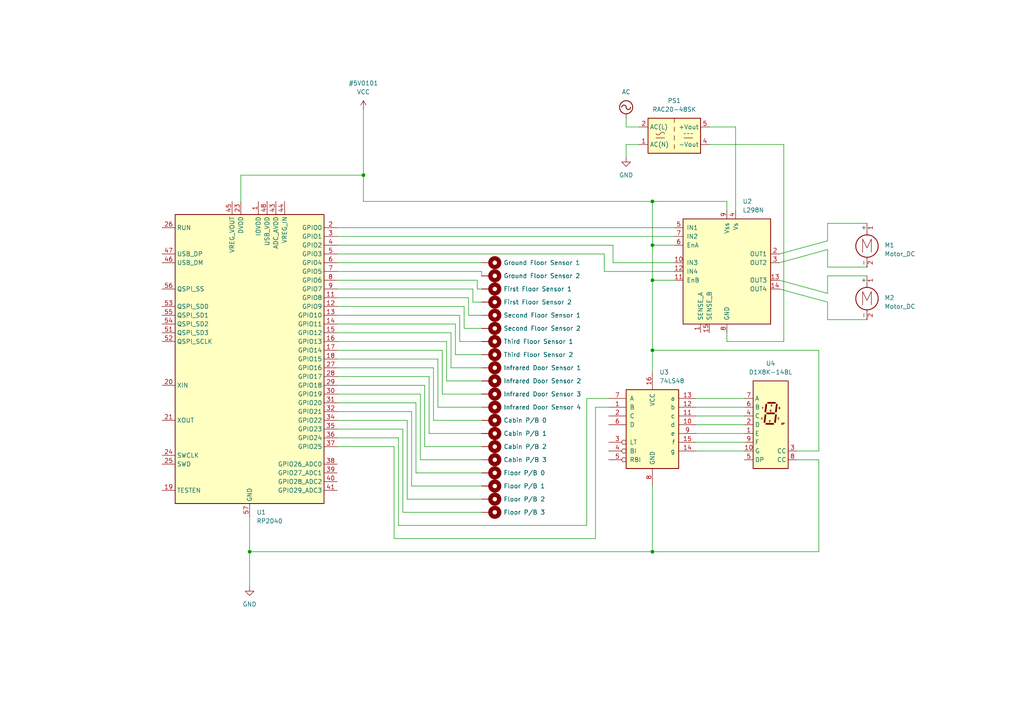
<source format=kicad_sch>
(kicad_sch (version 20211123) (generator eeschema)

  (uuid adeae471-d40a-4bac-9cee-4437729e892f)

  (paper "A4")

  (title_block
    (title "Projeto Elevador")
    (company "Feec Unicamp")
  )

  (lib_symbols
    (symbol "74xx:74LS48" (pin_names (offset 1.016)) (in_bom yes) (on_board yes)
      (property "Reference" "U" (id 0) (at -7.62 11.43 0)
        (effects (font (size 1.27 1.27)))
      )
      (property "Value" "74LS48" (id 1) (at -7.62 -13.97 0)
        (effects (font (size 1.27 1.27)))
      )
      (property "Footprint" "" (id 2) (at 0 0 0)
        (effects (font (size 1.27 1.27)) hide)
      )
      (property "Datasheet" "http://www.ti.com/lit/gpn/sn74LS48" (id 3) (at 0 0 0)
        (effects (font (size 1.27 1.27)) hide)
      )
      (property "ki_locked" "" (id 4) (at 0 0 0)
        (effects (font (size 1.27 1.27)))
      )
      (property "ki_keywords" "TTL DECOD DECOD7" (id 5) (at 0 0 0)
        (effects (font (size 1.27 1.27)) hide)
      )
      (property "ki_description" "BCD to 7-segment Decoder/driver, Active High outputs" (id 6) (at 0 0 0)
        (effects (font (size 1.27 1.27)) hide)
      )
      (property "ki_fp_filters" "DIP?16*" (id 7) (at 0 0 0)
        (effects (font (size 1.27 1.27)) hide)
      )
      (symbol "74LS48_1_0"
        (pin input line (at -12.7 5.08 0) (length 5.08)
          (name "B" (effects (font (size 1.27 1.27))))
          (number "1" (effects (font (size 1.27 1.27))))
        )
        (pin open_collector line (at 12.7 0 180) (length 5.08)
          (name "d" (effects (font (size 1.27 1.27))))
          (number "10" (effects (font (size 1.27 1.27))))
        )
        (pin open_collector line (at 12.7 2.54 180) (length 5.08)
          (name "c" (effects (font (size 1.27 1.27))))
          (number "11" (effects (font (size 1.27 1.27))))
        )
        (pin open_collector line (at 12.7 5.08 180) (length 5.08)
          (name "b" (effects (font (size 1.27 1.27))))
          (number "12" (effects (font (size 1.27 1.27))))
        )
        (pin open_collector line (at 12.7 7.62 180) (length 5.08)
          (name "a" (effects (font (size 1.27 1.27))))
          (number "13" (effects (font (size 1.27 1.27))))
        )
        (pin open_collector line (at 12.7 -7.62 180) (length 5.08)
          (name "g" (effects (font (size 1.27 1.27))))
          (number "14" (effects (font (size 1.27 1.27))))
        )
        (pin open_collector line (at 12.7 -5.08 180) (length 5.08)
          (name "f" (effects (font (size 1.27 1.27))))
          (number "15" (effects (font (size 1.27 1.27))))
        )
        (pin power_in line (at 0 15.24 270) (length 5.08)
          (name "VCC" (effects (font (size 1.27 1.27))))
          (number "16" (effects (font (size 1.27 1.27))))
        )
        (pin input line (at -12.7 2.54 0) (length 5.08)
          (name "C" (effects (font (size 1.27 1.27))))
          (number "2" (effects (font (size 1.27 1.27))))
        )
        (pin input inverted (at -12.7 -5.08 0) (length 5.08)
          (name "LT" (effects (font (size 1.27 1.27))))
          (number "3" (effects (font (size 1.27 1.27))))
        )
        (pin input inverted (at -12.7 -7.62 0) (length 5.08)
          (name "BI" (effects (font (size 1.27 1.27))))
          (number "4" (effects (font (size 1.27 1.27))))
        )
        (pin input inverted (at -12.7 -10.16 0) (length 5.08)
          (name "RBI" (effects (font (size 1.27 1.27))))
          (number "5" (effects (font (size 1.27 1.27))))
        )
        (pin input line (at -12.7 0 0) (length 5.08)
          (name "D" (effects (font (size 1.27 1.27))))
          (number "6" (effects (font (size 1.27 1.27))))
        )
        (pin input line (at -12.7 7.62 0) (length 5.08)
          (name "A" (effects (font (size 1.27 1.27))))
          (number "7" (effects (font (size 1.27 1.27))))
        )
        (pin power_in line (at 0 -17.78 90) (length 5.08)
          (name "GND" (effects (font (size 1.27 1.27))))
          (number "8" (effects (font (size 1.27 1.27))))
        )
        (pin open_collector line (at 12.7 -2.54 180) (length 5.08)
          (name "e" (effects (font (size 1.27 1.27))))
          (number "9" (effects (font (size 1.27 1.27))))
        )
      )
      (symbol "74LS48_1_1"
        (rectangle (start -7.62 10.16) (end 7.62 -12.7)
          (stroke (width 0.254) (type default) (color 0 0 0 0))
          (fill (type background))
        )
      )
    )
    (symbol "Converter_ACDC:RAC20-48SK" (in_bom yes) (on_board yes)
      (property "Reference" "PS" (id 0) (at 0 6.35 0)
        (effects (font (size 1.27 1.27)))
      )
      (property "Value" "RAC20-48SK" (id 1) (at 0 -6.35 0)
        (effects (font (size 1.27 1.27)))
      )
      (property "Footprint" "Converter_ACDC:Converter_ACDC_Recom_RAC20-xxSK_THT" (id 2) (at 0 -8.89 0)
        (effects (font (size 1.27 1.27)) hide)
      )
      (property "Datasheet" "https://recom-power.com/pdf/Powerline_AC-DC/RAC20-K.pdf" (id 3) (at -3.81 0 0)
        (effects (font (size 1.27 1.27)) hide)
      )
      (property "ki_keywords" "ac dc power supply" (id 4) (at 0 0 0)
        (effects (font (size 1.27 1.27)) hide)
      )
      (property "ki_description" "20 Watt Single Output AC/DC power supply 48V 420mA" (id 5) (at 0 0 0)
        (effects (font (size 1.27 1.27)) hide)
      )
      (property "ki_fp_filters" "Converter*ACDC*Recom*RAC20*SK*THT*" (id 6) (at 0 0 0)
        (effects (font (size 1.27 1.27)) hide)
      )
      (symbol "RAC20-48SK_1_1"
        (rectangle (start -7.62 5.08) (end 7.62 -5.08)
          (stroke (width 0.254) (type default) (color 0 0 0 0))
          (fill (type background))
        )
        (arc (start -5.334 0.635) (mid -4.699 0.2495) (end -4.064 0.635)
          (stroke (width 0) (type default) (color 0 0 0 0))
          (fill (type none))
        )
        (arc (start -2.794 0.635) (mid -3.429 1.0072) (end -4.064 0.635)
          (stroke (width 0) (type default) (color 0 0 0 0))
          (fill (type none))
        )
        (polyline
          (pts
            (xy -5.334 -0.635)
            (xy -2.794 -0.635)
          )
          (stroke (width 0) (type default) (color 0 0 0 0))
          (fill (type none))
        )
        (polyline
          (pts
            (xy 0 -2.54)
            (xy 0 -3.81)
          )
          (stroke (width 0) (type default) (color 0 0 0 0))
          (fill (type none))
        )
        (polyline
          (pts
            (xy 0 0)
            (xy 0 -1.27)
          )
          (stroke (width 0) (type default) (color 0 0 0 0))
          (fill (type none))
        )
        (polyline
          (pts
            (xy 0 2.54)
            (xy 0 1.27)
          )
          (stroke (width 0) (type default) (color 0 0 0 0))
          (fill (type none))
        )
        (polyline
          (pts
            (xy 0 5.08)
            (xy 0 3.81)
          )
          (stroke (width 0) (type default) (color 0 0 0 0))
          (fill (type none))
        )
        (polyline
          (pts
            (xy 2.794 -0.635)
            (xy 5.334 -0.635)
          )
          (stroke (width 0) (type default) (color 0 0 0 0))
          (fill (type none))
        )
        (polyline
          (pts
            (xy 2.794 0.635)
            (xy 3.302 0.635)
          )
          (stroke (width 0) (type default) (color 0 0 0 0))
          (fill (type none))
        )
        (polyline
          (pts
            (xy 3.81 0.635)
            (xy 4.318 0.635)
          )
          (stroke (width 0) (type default) (color 0 0 0 0))
          (fill (type none))
        )
        (polyline
          (pts
            (xy 4.826 0.635)
            (xy 5.334 0.635)
          )
          (stroke (width 0) (type default) (color 0 0 0 0))
          (fill (type none))
        )
        (pin power_in line (at -10.16 -2.54 0) (length 2.54)
          (name "AC(N)" (effects (font (size 1.27 1.27))))
          (number "1" (effects (font (size 1.27 1.27))))
        )
        (pin power_in line (at -10.16 2.54 0) (length 2.54)
          (name "AC(L)" (effects (font (size 1.27 1.27))))
          (number "2" (effects (font (size 1.27 1.27))))
        )
        (pin power_out line (at 10.16 -2.54 180) (length 2.54)
          (name "-Vout" (effects (font (size 1.27 1.27))))
          (number "4" (effects (font (size 1.27 1.27))))
        )
        (pin power_out line (at 10.16 2.54 180) (length 2.54)
          (name "+Vout" (effects (font (size 1.27 1.27))))
          (number "5" (effects (font (size 1.27 1.27))))
        )
      )
    )
    (symbol "Display_Character:D1X8K-14BL" (in_bom yes) (on_board yes)
      (property "Reference" "U" (id 0) (at -2.54 13.97 0)
        (effects (font (size 1.27 1.27)) (justify right))
      )
      (property "Value" "D1X8K-14BL" (id 1) (at 1.27 13.97 0)
        (effects (font (size 1.27 1.27)) (justify left))
      )
      (property "Footprint" "Display_7Segment:D1X8K" (id 2) (at 0 -15.24 0)
        (effects (font (size 1.27 1.27)) hide)
      )
      (property "Datasheet" "https://ia800903.us.archive.org/24/items/CTKD1x8K/Cromatek%20D168K.pdf" (id 3) (at -12.7 12.065 0)
        (effects (font (size 1.27 1.27)) (justify left) hide)
      )
      (property "ki_keywords" "display LED 7-segment" (id 4) (at 0 0 0)
        (effects (font (size 1.27 1.27)) hide)
      )
      (property "ki_description" "One digit 7 segment ultra bright blue LED, low current, common cathode" (id 5) (at 0 0 0)
        (effects (font (size 1.27 1.27)) hide)
      )
      (property "ki_fp_filters" "D1X8K*" (id 6) (at 0 0 0)
        (effects (font (size 1.27 1.27)) hide)
      )
      (symbol "D1X8K-14BL_0_0"
        (text "A" (at 0.254 5.588 0)
          (effects (font (size 0.508 0.508)))
        )
        (text "B" (at 2.54 4.826 0)
          (effects (font (size 0.508 0.508)))
        )
        (text "C" (at 2.286 1.778 0)
          (effects (font (size 0.508 0.508)))
        )
        (text "D" (at -0.254 1.016 0)
          (effects (font (size 0.508 0.508)))
        )
        (text "DP" (at 3.556 0.254 0)
          (effects (font (size 0.508 0.508)))
        )
        (text "E" (at -2.54 1.778 0)
          (effects (font (size 0.508 0.508)))
        )
        (text "F" (at -2.286 4.826 0)
          (effects (font (size 0.508 0.508)))
        )
        (text "G" (at 0 4.064 0)
          (effects (font (size 0.508 0.508)))
        )
      )
      (symbol "D1X8K-14BL_0_1"
        (rectangle (start -5.08 12.7) (end 5.08 -12.7)
          (stroke (width 0.254) (type default) (color 0 0 0 0))
          (fill (type background))
        )
        (polyline
          (pts
            (xy -1.524 2.794)
            (xy -1.778 0.762)
          )
          (stroke (width 0.508) (type default) (color 0 0 0 0))
          (fill (type none))
        )
        (polyline
          (pts
            (xy -1.27 0.254)
            (xy 0.762 0.254)
          )
          (stroke (width 0.508) (type default) (color 0 0 0 0))
          (fill (type none))
        )
        (polyline
          (pts
            (xy -1.27 5.842)
            (xy -1.524 3.81)
          )
          (stroke (width 0.508) (type default) (color 0 0 0 0))
          (fill (type none))
        )
        (polyline
          (pts
            (xy -1.016 3.302)
            (xy 1.016 3.302)
          )
          (stroke (width 0.508) (type default) (color 0 0 0 0))
          (fill (type none))
        )
        (polyline
          (pts
            (xy -0.762 6.35)
            (xy 1.27 6.35)
          )
          (stroke (width 0.508) (type default) (color 0 0 0 0))
          (fill (type none))
        )
        (polyline
          (pts
            (xy 1.524 2.794)
            (xy 1.27 0.762)
          )
          (stroke (width 0.508) (type default) (color 0 0 0 0))
          (fill (type none))
        )
        (polyline
          (pts
            (xy 1.778 5.842)
            (xy 1.524 3.81)
          )
          (stroke (width 0.508) (type default) (color 0 0 0 0))
          (fill (type none))
        )
        (polyline
          (pts
            (xy 2.54 0.254)
            (xy 2.54 0.254)
          )
          (stroke (width 0.508) (type default) (color 0 0 0 0))
          (fill (type none))
        )
      )
      (symbol "D1X8K-14BL_1_1"
        (pin input line (at -7.62 -2.54 0) (length 2.54)
          (name "E" (effects (font (size 1.27 1.27))))
          (number "1" (effects (font (size 1.27 1.27))))
        )
        (pin input line (at -7.62 -7.62 0) (length 2.54)
          (name "G" (effects (font (size 1.27 1.27))))
          (number "10" (effects (font (size 1.27 1.27))))
        )
        (pin input line (at -7.62 0 0) (length 2.54)
          (name "D" (effects (font (size 1.27 1.27))))
          (number "2" (effects (font (size 1.27 1.27))))
        )
        (pin input line (at 7.62 -7.62 180) (length 2.54)
          (name "CC" (effects (font (size 1.27 1.27))))
          (number "3" (effects (font (size 1.27 1.27))))
        )
        (pin input line (at -7.62 2.54 0) (length 2.54)
          (name "C" (effects (font (size 1.27 1.27))))
          (number "4" (effects (font (size 1.27 1.27))))
        )
        (pin input line (at -7.62 -10.16 0) (length 2.54)
          (name "DP" (effects (font (size 1.27 1.27))))
          (number "5" (effects (font (size 1.27 1.27))))
        )
        (pin input line (at -7.62 5.08 0) (length 2.54)
          (name "B" (effects (font (size 1.27 1.27))))
          (number "6" (effects (font (size 1.27 1.27))))
        )
        (pin input line (at -7.62 7.62 0) (length 2.54)
          (name "A" (effects (font (size 1.27 1.27))))
          (number "7" (effects (font (size 1.27 1.27))))
        )
        (pin input line (at 7.62 -10.16 180) (length 2.54)
          (name "CC" (effects (font (size 1.27 1.27))))
          (number "8" (effects (font (size 1.27 1.27))))
        )
        (pin input line (at -7.62 -5.08 0) (length 2.54)
          (name "F" (effects (font (size 1.27 1.27))))
          (number "9" (effects (font (size 1.27 1.27))))
        )
      )
    )
    (symbol "Driver_Motor:L298N" (pin_names (offset 1.016)) (in_bom yes) (on_board yes)
      (property "Reference" "U" (id 0) (at -10.16 16.51 0)
        (effects (font (size 1.27 1.27)) (justify right))
      )
      (property "Value" "L298N" (id 1) (at 12.7 16.51 0)
        (effects (font (size 1.27 1.27)) (justify right))
      )
      (property "Footprint" "Package_TO_SOT_THT:TO-220-15_P2.54x2.54mm_StaggerOdd_Lead4.58mm_Vertical" (id 2) (at 1.27 -16.51 0)
        (effects (font (size 1.27 1.27)) (justify left) hide)
      )
      (property "Datasheet" "http://www.st.com/st-web-ui/static/active/en/resource/technical/document/datasheet/CD00000240.pdf" (id 3) (at 3.81 6.35 0)
        (effects (font (size 1.27 1.27)) hide)
      )
      (property "ki_keywords" "H-bridge motor driver" (id 4) (at 0 0 0)
        (effects (font (size 1.27 1.27)) hide)
      )
      (property "ki_description" "Dual full bridge motor driver, up to 46V, 4A, Multiwatt15-V" (id 5) (at 0 0 0)
        (effects (font (size 1.27 1.27)) hide)
      )
      (property "ki_fp_filters" "TO?220*StaggerOdd*Vertical*" (id 6) (at 0 0 0)
        (effects (font (size 1.27 1.27)) hide)
      )
      (symbol "L298N_0_1"
        (rectangle (start -12.7 15.24) (end 12.7 -15.24)
          (stroke (width 0.254) (type default) (color 0 0 0 0))
          (fill (type background))
        )
      )
      (symbol "L298N_1_1"
        (pin power_in line (at -7.62 -17.78 90) (length 2.54)
          (name "SENSE_A" (effects (font (size 1.27 1.27))))
          (number "1" (effects (font (size 1.27 1.27))))
        )
        (pin input line (at -15.24 2.54 0) (length 2.54)
          (name "IN3" (effects (font (size 1.27 1.27))))
          (number "10" (effects (font (size 1.27 1.27))))
        )
        (pin input line (at -15.24 -2.54 0) (length 2.54)
          (name "EnB" (effects (font (size 1.27 1.27))))
          (number "11" (effects (font (size 1.27 1.27))))
        )
        (pin input line (at -15.24 0 0) (length 2.54)
          (name "IN4" (effects (font (size 1.27 1.27))))
          (number "12" (effects (font (size 1.27 1.27))))
        )
        (pin output line (at 15.24 -2.54 180) (length 2.54)
          (name "OUT3" (effects (font (size 1.27 1.27))))
          (number "13" (effects (font (size 1.27 1.27))))
        )
        (pin output line (at 15.24 -5.08 180) (length 2.54)
          (name "OUT4" (effects (font (size 1.27 1.27))))
          (number "14" (effects (font (size 1.27 1.27))))
        )
        (pin power_in line (at -5.08 -17.78 90) (length 2.54)
          (name "SENSE_B" (effects (font (size 1.27 1.27))))
          (number "15" (effects (font (size 1.27 1.27))))
        )
        (pin output line (at 15.24 5.08 180) (length 2.54)
          (name "OUT1" (effects (font (size 1.27 1.27))))
          (number "2" (effects (font (size 1.27 1.27))))
        )
        (pin output line (at 15.24 2.54 180) (length 2.54)
          (name "OUT2" (effects (font (size 1.27 1.27))))
          (number "3" (effects (font (size 1.27 1.27))))
        )
        (pin power_in line (at 2.54 17.78 270) (length 2.54)
          (name "Vs" (effects (font (size 1.27 1.27))))
          (number "4" (effects (font (size 1.27 1.27))))
        )
        (pin input line (at -15.24 12.7 0) (length 2.54)
          (name "IN1" (effects (font (size 1.27 1.27))))
          (number "5" (effects (font (size 1.27 1.27))))
        )
        (pin input line (at -15.24 7.62 0) (length 2.54)
          (name "EnA" (effects (font (size 1.27 1.27))))
          (number "6" (effects (font (size 1.27 1.27))))
        )
        (pin input line (at -15.24 10.16 0) (length 2.54)
          (name "IN2" (effects (font (size 1.27 1.27))))
          (number "7" (effects (font (size 1.27 1.27))))
        )
        (pin power_in line (at 0 -17.78 90) (length 2.54)
          (name "GND" (effects (font (size 1.27 1.27))))
          (number "8" (effects (font (size 1.27 1.27))))
        )
        (pin power_in line (at 0 17.78 270) (length 2.54)
          (name "Vss" (effects (font (size 1.27 1.27))))
          (number "9" (effects (font (size 1.27 1.27))))
        )
      )
    )
    (symbol "MCU_RaspberryPi:RP2040" (in_bom yes) (on_board yes)
      (property "Reference" "U" (id 0) (at 17.78 45.72 0)
        (effects (font (size 1.27 1.27)))
      )
      (property "Value" "RP2040" (id 1) (at 17.78 43.18 0)
        (effects (font (size 1.27 1.27)))
      )
      (property "Footprint" "Package_DFN_QFN:QFN-56-1EP_7x7mm_P0.4mm_EP3.2x3.2mm" (id 2) (at 0 0 0)
        (effects (font (size 1.27 1.27)) hide)
      )
      (property "Datasheet" "https://datasheets.raspberrypi.com/rp2040/rp2040-datasheet.pdf" (id 3) (at 0 0 0)
        (effects (font (size 1.27 1.27)) hide)
      )
      (property "ki_keywords" "RP2040 ARM Cortex-M0+ USB" (id 4) (at 0 0 0)
        (effects (font (size 1.27 1.27)) hide)
      )
      (property "ki_description" "A microcontroller by Raspberry Pi" (id 5) (at 0 0 0)
        (effects (font (size 1.27 1.27)) hide)
      )
      (property "ki_fp_filters" "QFN*7x7mm?P0.4mm?EP3.2x3.2mm*" (id 6) (at 0 0 0)
        (effects (font (size 1.27 1.27)) hide)
      )
      (symbol "RP2040_0_1"
        (rectangle (start -21.59 41.91) (end 21.59 -41.91)
          (stroke (width 0.254) (type default) (color 0 0 0 0))
          (fill (type background))
        )
      )
      (symbol "RP2040_1_1"
        (pin power_in line (at 2.54 45.72 270) (length 3.81)
          (name "IOVDD" (effects (font (size 1.27 1.27))))
          (number "1" (effects (font (size 1.27 1.27))))
        )
        (pin passive line (at 2.54 45.72 270) (length 3.81) hide
          (name "IOVDD" (effects (font (size 1.27 1.27))))
          (number "10" (effects (font (size 1.27 1.27))))
        )
        (pin bidirectional line (at 25.4 17.78 180) (length 3.81)
          (name "GPIO8" (effects (font (size 1.27 1.27))))
          (number "11" (effects (font (size 1.27 1.27))))
        )
        (pin bidirectional line (at 25.4 15.24 180) (length 3.81)
          (name "GPIO9" (effects (font (size 1.27 1.27))))
          (number "12" (effects (font (size 1.27 1.27))))
        )
        (pin bidirectional line (at 25.4 12.7 180) (length 3.81)
          (name "GPIO10" (effects (font (size 1.27 1.27))))
          (number "13" (effects (font (size 1.27 1.27))))
        )
        (pin bidirectional line (at 25.4 10.16 180) (length 3.81)
          (name "GPIO11" (effects (font (size 1.27 1.27))))
          (number "14" (effects (font (size 1.27 1.27))))
        )
        (pin bidirectional line (at 25.4 7.62 180) (length 3.81)
          (name "GPIO12" (effects (font (size 1.27 1.27))))
          (number "15" (effects (font (size 1.27 1.27))))
        )
        (pin bidirectional line (at 25.4 5.08 180) (length 3.81)
          (name "GPIO13" (effects (font (size 1.27 1.27))))
          (number "16" (effects (font (size 1.27 1.27))))
        )
        (pin bidirectional line (at 25.4 2.54 180) (length 3.81)
          (name "GPIO14" (effects (font (size 1.27 1.27))))
          (number "17" (effects (font (size 1.27 1.27))))
        )
        (pin bidirectional line (at 25.4 0 180) (length 3.81)
          (name "GPIO15" (effects (font (size 1.27 1.27))))
          (number "18" (effects (font (size 1.27 1.27))))
        )
        (pin input line (at -25.4 -38.1 0) (length 3.81)
          (name "TESTEN" (effects (font (size 1.27 1.27))))
          (number "19" (effects (font (size 1.27 1.27))))
        )
        (pin bidirectional line (at 25.4 38.1 180) (length 3.81)
          (name "GPIO0" (effects (font (size 1.27 1.27))))
          (number "2" (effects (font (size 1.27 1.27))))
        )
        (pin input line (at -25.4 -7.62 0) (length 3.81)
          (name "XIN" (effects (font (size 1.27 1.27))))
          (number "20" (effects (font (size 1.27 1.27))))
        )
        (pin passive line (at -25.4 -17.78 0) (length 3.81)
          (name "XOUT" (effects (font (size 1.27 1.27))))
          (number "21" (effects (font (size 1.27 1.27))))
        )
        (pin passive line (at 2.54 45.72 270) (length 3.81) hide
          (name "IOVDD" (effects (font (size 1.27 1.27))))
          (number "22" (effects (font (size 1.27 1.27))))
        )
        (pin power_in line (at -2.54 45.72 270) (length 3.81)
          (name "DVDD" (effects (font (size 1.27 1.27))))
          (number "23" (effects (font (size 1.27 1.27))))
        )
        (pin output line (at -25.4 -27.94 0) (length 3.81)
          (name "SWCLK" (effects (font (size 1.27 1.27))))
          (number "24" (effects (font (size 1.27 1.27))))
        )
        (pin bidirectional line (at -25.4 -30.48 0) (length 3.81)
          (name "SWD" (effects (font (size 1.27 1.27))))
          (number "25" (effects (font (size 1.27 1.27))))
        )
        (pin input line (at -25.4 38.1 0) (length 3.81)
          (name "RUN" (effects (font (size 1.27 1.27))))
          (number "26" (effects (font (size 1.27 1.27))))
        )
        (pin bidirectional line (at 25.4 -2.54 180) (length 3.81)
          (name "GPIO16" (effects (font (size 1.27 1.27))))
          (number "27" (effects (font (size 1.27 1.27))))
        )
        (pin bidirectional line (at 25.4 -5.08 180) (length 3.81)
          (name "GPIO17" (effects (font (size 1.27 1.27))))
          (number "28" (effects (font (size 1.27 1.27))))
        )
        (pin bidirectional line (at 25.4 -7.62 180) (length 3.81)
          (name "GPIO18" (effects (font (size 1.27 1.27))))
          (number "29" (effects (font (size 1.27 1.27))))
        )
        (pin bidirectional line (at 25.4 35.56 180) (length 3.81)
          (name "GPIO1" (effects (font (size 1.27 1.27))))
          (number "3" (effects (font (size 1.27 1.27))))
        )
        (pin bidirectional line (at 25.4 -10.16 180) (length 3.81)
          (name "GPIO19" (effects (font (size 1.27 1.27))))
          (number "30" (effects (font (size 1.27 1.27))))
        )
        (pin bidirectional line (at 25.4 -12.7 180) (length 3.81)
          (name "GPIO20" (effects (font (size 1.27 1.27))))
          (number "31" (effects (font (size 1.27 1.27))))
        )
        (pin bidirectional line (at 25.4 -15.24 180) (length 3.81)
          (name "GPIO21" (effects (font (size 1.27 1.27))))
          (number "32" (effects (font (size 1.27 1.27))))
        )
        (pin passive line (at 2.54 45.72 270) (length 3.81) hide
          (name "IOVDD" (effects (font (size 1.27 1.27))))
          (number "33" (effects (font (size 1.27 1.27))))
        )
        (pin bidirectional line (at 25.4 -17.78 180) (length 3.81)
          (name "GPIO22" (effects (font (size 1.27 1.27))))
          (number "34" (effects (font (size 1.27 1.27))))
        )
        (pin bidirectional line (at 25.4 -20.32 180) (length 3.81)
          (name "GPIO23" (effects (font (size 1.27 1.27))))
          (number "35" (effects (font (size 1.27 1.27))))
        )
        (pin bidirectional line (at 25.4 -22.86 180) (length 3.81)
          (name "GPIO24" (effects (font (size 1.27 1.27))))
          (number "36" (effects (font (size 1.27 1.27))))
        )
        (pin bidirectional line (at 25.4 -25.4 180) (length 3.81)
          (name "GPIO25" (effects (font (size 1.27 1.27))))
          (number "37" (effects (font (size 1.27 1.27))))
        )
        (pin bidirectional line (at 25.4 -30.48 180) (length 3.81)
          (name "GPIO26_ADC0" (effects (font (size 1.27 1.27))))
          (number "38" (effects (font (size 1.27 1.27))))
        )
        (pin bidirectional line (at 25.4 -33.02 180) (length 3.81)
          (name "GPIO27_ADC1" (effects (font (size 1.27 1.27))))
          (number "39" (effects (font (size 1.27 1.27))))
        )
        (pin bidirectional line (at 25.4 33.02 180) (length 3.81)
          (name "GPIO2" (effects (font (size 1.27 1.27))))
          (number "4" (effects (font (size 1.27 1.27))))
        )
        (pin bidirectional line (at 25.4 -35.56 180) (length 3.81)
          (name "GPIO28_ADC2" (effects (font (size 1.27 1.27))))
          (number "40" (effects (font (size 1.27 1.27))))
        )
        (pin bidirectional line (at 25.4 -38.1 180) (length 3.81)
          (name "GPIO29_ADC3" (effects (font (size 1.27 1.27))))
          (number "41" (effects (font (size 1.27 1.27))))
        )
        (pin passive line (at 2.54 45.72 270) (length 3.81) hide
          (name "IOVDD" (effects (font (size 1.27 1.27))))
          (number "42" (effects (font (size 1.27 1.27))))
        )
        (pin power_in line (at 7.62 45.72 270) (length 3.81)
          (name "ADC_AVDD" (effects (font (size 1.27 1.27))))
          (number "43" (effects (font (size 1.27 1.27))))
        )
        (pin power_in line (at 10.16 45.72 270) (length 3.81)
          (name "VREG_IN" (effects (font (size 1.27 1.27))))
          (number "44" (effects (font (size 1.27 1.27))))
        )
        (pin power_out line (at -5.08 45.72 270) (length 3.81)
          (name "VREG_VOUT" (effects (font (size 1.27 1.27))))
          (number "45" (effects (font (size 1.27 1.27))))
        )
        (pin bidirectional line (at -25.4 27.94 0) (length 3.81)
          (name "USB_DM" (effects (font (size 1.27 1.27))))
          (number "46" (effects (font (size 1.27 1.27))))
        )
        (pin bidirectional line (at -25.4 30.48 0) (length 3.81)
          (name "USB_DP" (effects (font (size 1.27 1.27))))
          (number "47" (effects (font (size 1.27 1.27))))
        )
        (pin power_in line (at 5.08 45.72 270) (length 3.81)
          (name "USB_VDD" (effects (font (size 1.27 1.27))))
          (number "48" (effects (font (size 1.27 1.27))))
        )
        (pin passive line (at 2.54 45.72 270) (length 3.81) hide
          (name "IOVDD" (effects (font (size 1.27 1.27))))
          (number "49" (effects (font (size 1.27 1.27))))
        )
        (pin bidirectional line (at 25.4 30.48 180) (length 3.81)
          (name "GPIO3" (effects (font (size 1.27 1.27))))
          (number "5" (effects (font (size 1.27 1.27))))
        )
        (pin passive line (at -2.54 45.72 270) (length 3.81) hide
          (name "DVDD" (effects (font (size 1.27 1.27))))
          (number "50" (effects (font (size 1.27 1.27))))
        )
        (pin bidirectional line (at -25.4 7.62 0) (length 3.81)
          (name "QSPI_SD3" (effects (font (size 1.27 1.27))))
          (number "51" (effects (font (size 1.27 1.27))))
        )
        (pin output line (at -25.4 5.08 0) (length 3.81)
          (name "QSPI_SCLK" (effects (font (size 1.27 1.27))))
          (number "52" (effects (font (size 1.27 1.27))))
        )
        (pin bidirectional line (at -25.4 15.24 0) (length 3.81)
          (name "QSPI_SD0" (effects (font (size 1.27 1.27))))
          (number "53" (effects (font (size 1.27 1.27))))
        )
        (pin bidirectional line (at -25.4 10.16 0) (length 3.81)
          (name "QSPI_SD2" (effects (font (size 1.27 1.27))))
          (number "54" (effects (font (size 1.27 1.27))))
        )
        (pin bidirectional line (at -25.4 12.7 0) (length 3.81)
          (name "QSPI_SD1" (effects (font (size 1.27 1.27))))
          (number "55" (effects (font (size 1.27 1.27))))
        )
        (pin bidirectional line (at -25.4 20.32 0) (length 3.81)
          (name "QSPI_SS" (effects (font (size 1.27 1.27))))
          (number "56" (effects (font (size 1.27 1.27))))
        )
        (pin power_in line (at 0 -45.72 90) (length 3.81)
          (name "GND" (effects (font (size 1.27 1.27))))
          (number "57" (effects (font (size 1.27 1.27))))
        )
        (pin bidirectional line (at 25.4 27.94 180) (length 3.81)
          (name "GPIO4" (effects (font (size 1.27 1.27))))
          (number "6" (effects (font (size 1.27 1.27))))
        )
        (pin bidirectional line (at 25.4 25.4 180) (length 3.81)
          (name "GPIO5" (effects (font (size 1.27 1.27))))
          (number "7" (effects (font (size 1.27 1.27))))
        )
        (pin bidirectional line (at 25.4 22.86 180) (length 3.81)
          (name "GPIO6" (effects (font (size 1.27 1.27))))
          (number "8" (effects (font (size 1.27 1.27))))
        )
        (pin bidirectional line (at 25.4 20.32 180) (length 3.81)
          (name "GPIO7" (effects (font (size 1.27 1.27))))
          (number "9" (effects (font (size 1.27 1.27))))
        )
      )
    )
    (symbol "Mechanical:MountingHole_Pad" (pin_numbers hide) (pin_names (offset 1.016) hide) (in_bom yes) (on_board yes)
      (property "Reference" "H" (id 0) (at 0 6.35 0)
        (effects (font (size 1.27 1.27)))
      )
      (property "Value" "MountingHole_Pad" (id 1) (at 0 4.445 0)
        (effects (font (size 1.27 1.27)))
      )
      (property "Footprint" "" (id 2) (at 0 0 0)
        (effects (font (size 1.27 1.27)) hide)
      )
      (property "Datasheet" "~" (id 3) (at 0 0 0)
        (effects (font (size 1.27 1.27)) hide)
      )
      (property "ki_keywords" "mounting hole" (id 4) (at 0 0 0)
        (effects (font (size 1.27 1.27)) hide)
      )
      (property "ki_description" "Mounting Hole with connection" (id 5) (at 0 0 0)
        (effects (font (size 1.27 1.27)) hide)
      )
      (property "ki_fp_filters" "MountingHole*Pad*" (id 6) (at 0 0 0)
        (effects (font (size 1.27 1.27)) hide)
      )
      (symbol "MountingHole_Pad_0_1"
        (circle (center 0 1.27) (radius 1.27)
          (stroke (width 1.27) (type default) (color 0 0 0 0))
          (fill (type none))
        )
      )
      (symbol "MountingHole_Pad_1_1"
        (pin input line (at 0 -2.54 90) (length 2.54)
          (name "1" (effects (font (size 1.27 1.27))))
          (number "1" (effects (font (size 1.27 1.27))))
        )
      )
    )
    (symbol "Motor:Motor_DC" (pin_names (offset 0)) (in_bom yes) (on_board yes)
      (property "Reference" "M" (id 0) (at 2.54 2.54 0)
        (effects (font (size 1.27 1.27)) (justify left))
      )
      (property "Value" "Motor_DC" (id 1) (at 2.54 -5.08 0)
        (effects (font (size 1.27 1.27)) (justify left top))
      )
      (property "Footprint" "" (id 2) (at 0 -2.286 0)
        (effects (font (size 1.27 1.27)) hide)
      )
      (property "Datasheet" "~" (id 3) (at 0 -2.286 0)
        (effects (font (size 1.27 1.27)) hide)
      )
      (property "ki_keywords" "DC Motor" (id 4) (at 0 0 0)
        (effects (font (size 1.27 1.27)) hide)
      )
      (property "ki_description" "DC Motor" (id 5) (at 0 0 0)
        (effects (font (size 1.27 1.27)) hide)
      )
      (property "ki_fp_filters" "PinHeader*P2.54mm* TerminalBlock*" (id 6) (at 0 0 0)
        (effects (font (size 1.27 1.27)) hide)
      )
      (symbol "Motor_DC_0_0"
        (polyline
          (pts
            (xy -1.27 -3.302)
            (xy -1.27 0.508)
            (xy 0 -2.032)
            (xy 1.27 0.508)
            (xy 1.27 -3.302)
          )
          (stroke (width 0) (type default) (color 0 0 0 0))
          (fill (type none))
        )
      )
      (symbol "Motor_DC_0_1"
        (circle (center 0 -1.524) (radius 3.2512)
          (stroke (width 0.254) (type default) (color 0 0 0 0))
          (fill (type none))
        )
        (polyline
          (pts
            (xy 0 -7.62)
            (xy 0 -7.112)
          )
          (stroke (width 0) (type default) (color 0 0 0 0))
          (fill (type none))
        )
        (polyline
          (pts
            (xy 0 -4.7752)
            (xy 0 -5.1816)
          )
          (stroke (width 0) (type default) (color 0 0 0 0))
          (fill (type none))
        )
        (polyline
          (pts
            (xy 0 1.7272)
            (xy 0 2.0828)
          )
          (stroke (width 0) (type default) (color 0 0 0 0))
          (fill (type none))
        )
        (polyline
          (pts
            (xy 0 2.032)
            (xy 0 2.54)
          )
          (stroke (width 0) (type default) (color 0 0 0 0))
          (fill (type none))
        )
      )
      (symbol "Motor_DC_1_1"
        (pin passive line (at 0 5.08 270) (length 2.54)
          (name "+" (effects (font (size 1.27 1.27))))
          (number "1" (effects (font (size 1.27 1.27))))
        )
        (pin passive line (at 0 -7.62 90) (length 2.54)
          (name "-" (effects (font (size 1.27 1.27))))
          (number "2" (effects (font (size 1.27 1.27))))
        )
      )
    )
    (symbol "power:AC" (power) (pin_names (offset 0)) (in_bom yes) (on_board yes)
      (property "Reference" "#PWR" (id 0) (at 0 -2.54 0)
        (effects (font (size 1.27 1.27)) hide)
      )
      (property "Value" "AC" (id 1) (at 0 6.35 0)
        (effects (font (size 1.27 1.27)))
      )
      (property "Footprint" "" (id 2) (at 0 0 0)
        (effects (font (size 1.27 1.27)) hide)
      )
      (property "Datasheet" "" (id 3) (at 0 0 0)
        (effects (font (size 1.27 1.27)) hide)
      )
      (property "ki_keywords" "global power" (id 4) (at 0 0 0)
        (effects (font (size 1.27 1.27)) hide)
      )
      (property "ki_description" "Power symbol creates a global label with name \"AC\"" (id 5) (at 0 0 0)
        (effects (font (size 1.27 1.27)) hide)
      )
      (symbol "AC_0_1"
        (polyline
          (pts
            (xy 0 0)
            (xy 0 1.27)
          )
          (stroke (width 0) (type default) (color 0 0 0 0))
          (fill (type none))
        )
        (arc (start 0 3.175) (mid -0.635 3.81) (end -1.27 3.175)
          (stroke (width 0.254) (type default) (color 0 0 0 0))
          (fill (type none))
        )
        (arc (start 0 3.175) (mid 0.635 2.54) (end 1.27 3.175)
          (stroke (width 0.254) (type default) (color 0 0 0 0))
          (fill (type none))
        )
        (circle (center 0 3.175) (radius 1.905)
          (stroke (width 0.254) (type default) (color 0 0 0 0))
          (fill (type none))
        )
      )
      (symbol "AC_1_1"
        (pin power_in line (at 0 0 90) (length 0) hide
          (name "AC" (effects (font (size 1.27 1.27))))
          (number "1" (effects (font (size 1.27 1.27))))
        )
      )
    )
    (symbol "power:GND" (power) (pin_names (offset 0)) (in_bom yes) (on_board yes)
      (property "Reference" "#PWR" (id 0) (at 0 -6.35 0)
        (effects (font (size 1.27 1.27)) hide)
      )
      (property "Value" "GND" (id 1) (at 0 -3.81 0)
        (effects (font (size 1.27 1.27)))
      )
      (property "Footprint" "" (id 2) (at 0 0 0)
        (effects (font (size 1.27 1.27)) hide)
      )
      (property "Datasheet" "" (id 3) (at 0 0 0)
        (effects (font (size 1.27 1.27)) hide)
      )
      (property "ki_keywords" "global power" (id 4) (at 0 0 0)
        (effects (font (size 1.27 1.27)) hide)
      )
      (property "ki_description" "Power symbol creates a global label with name \"GND\" , ground" (id 5) (at 0 0 0)
        (effects (font (size 1.27 1.27)) hide)
      )
      (symbol "GND_0_1"
        (polyline
          (pts
            (xy 0 0)
            (xy 0 -1.27)
            (xy 1.27 -1.27)
            (xy 0 -2.54)
            (xy -1.27 -1.27)
            (xy 0 -1.27)
          )
          (stroke (width 0) (type default) (color 0 0 0 0))
          (fill (type none))
        )
      )
      (symbol "GND_1_1"
        (pin power_in line (at 0 0 270) (length 0) hide
          (name "GND" (effects (font (size 1.27 1.27))))
          (number "1" (effects (font (size 1.27 1.27))))
        )
      )
    )
    (symbol "power:VCC" (power) (pin_names (offset 0)) (in_bom yes) (on_board yes)
      (property "Reference" "#PWR" (id 0) (at 0 -3.81 0)
        (effects (font (size 1.27 1.27)) hide)
      )
      (property "Value" "VCC" (id 1) (at 0 3.81 0)
        (effects (font (size 1.27 1.27)))
      )
      (property "Footprint" "" (id 2) (at 0 0 0)
        (effects (font (size 1.27 1.27)) hide)
      )
      (property "Datasheet" "" (id 3) (at 0 0 0)
        (effects (font (size 1.27 1.27)) hide)
      )
      (property "ki_keywords" "global power" (id 4) (at 0 0 0)
        (effects (font (size 1.27 1.27)) hide)
      )
      (property "ki_description" "Power symbol creates a global label with name \"VCC\"" (id 5) (at 0 0 0)
        (effects (font (size 1.27 1.27)) hide)
      )
      (symbol "VCC_0_1"
        (polyline
          (pts
            (xy -0.762 1.27)
            (xy 0 2.54)
          )
          (stroke (width 0) (type default) (color 0 0 0 0))
          (fill (type none))
        )
        (polyline
          (pts
            (xy 0 0)
            (xy 0 2.54)
          )
          (stroke (width 0) (type default) (color 0 0 0 0))
          (fill (type none))
        )
        (polyline
          (pts
            (xy 0 2.54)
            (xy 0.762 1.27)
          )
          (stroke (width 0) (type default) (color 0 0 0 0))
          (fill (type none))
        )
      )
      (symbol "VCC_1_1"
        (pin power_in line (at 0 0 90) (length 0) hide
          (name "VCC" (effects (font (size 1.27 1.27))))
          (number "1" (effects (font (size 1.27 1.27))))
        )
      )
    )
  )

  (junction (at 189.23 71.12) (diameter 0) (color 0 0 0 0)
    (uuid 022eef5e-98fb-4069-a442-bbeea6994810)
  )
  (junction (at 189.23 58.42) (diameter 0) (color 0 0 0 0)
    (uuid 25034376-a695-463c-884c-c0d103aa976f)
  )
  (junction (at 72.39 160.02) (diameter 0) (color 0 0 0 0)
    (uuid 4e9f0945-acee-4140-8d4e-a2da8caedb86)
  )
  (junction (at 189.23 81.28) (diameter 0) (color 0 0 0 0)
    (uuid 84289997-75ae-428d-a772-7ec0bd618ba7)
  )
  (junction (at 189.23 101.6) (diameter 0) (color 0 0 0 0)
    (uuid 9cb1c574-eb7b-4bb2-a9a7-6ef7087dc68f)
  )
  (junction (at 105.41 50.8) (diameter 0) (color 0 0 0 0)
    (uuid f6487d13-a9dd-4fc5-bdc2-badb9a0dcf24)
  )
  (junction (at 189.23 160.02) (diameter 0) (color 0 0 0 0)
    (uuid ff112a04-74b7-443a-9be5-4c6666df94d9)
  )

  (wire (pts (xy 137.16 87.63) (xy 139.7 87.63))
    (stroke (width 0) (type default) (color 0 0 0 0))
    (uuid 05ee7a6e-2145-48bf-91a0-a5ec1162eca0)
  )
  (wire (pts (xy 210.82 99.06) (xy 210.82 96.52))
    (stroke (width 0) (type default) (color 0 0 0 0))
    (uuid 06a56aa1-e166-4000-88dc-677f063239a5)
  )
  (wire (pts (xy 139.7 129.54) (xy 123.19 129.54))
    (stroke (width 0) (type default) (color 0 0 0 0))
    (uuid 0926b3ef-3cb1-4686-a308-01f7faee7aed)
  )
  (wire (pts (xy 177.8 71.12) (xy 177.8 76.2))
    (stroke (width 0) (type default) (color 0 0 0 0))
    (uuid 0b27251e-bdae-4d5b-b745-21d489e0d186)
  )
  (wire (pts (xy 226.06 76.2) (xy 240.03 72.39))
    (stroke (width 0) (type default) (color 0 0 0 0))
    (uuid 0ce983ef-69f7-49d6-8db6-0279226f16a7)
  )
  (wire (pts (xy 139.7 78.74) (xy 139.7 80.01))
    (stroke (width 0) (type default) (color 0 0 0 0))
    (uuid 0d4c9567-3cf7-4c3a-8e21-e6f90bb77ca4)
  )
  (wire (pts (xy 227.33 41.91) (xy 227.33 99.06))
    (stroke (width 0) (type default) (color 0 0 0 0))
    (uuid 0dfcc5e7-386a-438f-a4e7-4a16645cdad2)
  )
  (wire (pts (xy 97.79 124.46) (xy 116.84 124.46))
    (stroke (width 0) (type default) (color 0 0 0 0))
    (uuid 0f515ac8-c6b8-4669-95a7-e72c50fdc1df)
  )
  (wire (pts (xy 97.79 104.14) (xy 127 104.14))
    (stroke (width 0) (type default) (color 0 0 0 0))
    (uuid 14c60865-0d95-4697-a5a6-92361eaf95e2)
  )
  (wire (pts (xy 175.26 78.74) (xy 175.26 73.66))
    (stroke (width 0) (type default) (color 0 0 0 0))
    (uuid 1b42b438-cf22-4fe1-b5e3-511a0c6d4df6)
  )
  (wire (pts (xy 139.7 133.35) (xy 121.92 133.35))
    (stroke (width 0) (type default) (color 0 0 0 0))
    (uuid 1ec8ba51-7842-4408-af6c-b0aa99f8f0b1)
  )
  (wire (pts (xy 69.85 50.8) (xy 105.41 50.8))
    (stroke (width 0) (type default) (color 0 0 0 0))
    (uuid 1f03abfc-fbd1-42bb-9ef2-84c123459931)
  )
  (wire (pts (xy 231.14 130.81) (xy 237.49 130.81))
    (stroke (width 0) (type default) (color 0 0 0 0))
    (uuid 1f4f3b30-e40d-4529-af5a-8a8db03134e3)
  )
  (wire (pts (xy 69.85 58.42) (xy 69.85 50.8))
    (stroke (width 0) (type default) (color 0 0 0 0))
    (uuid 2012650a-3d3f-4a05-8abb-8562708cc8e0)
  )
  (wire (pts (xy 231.14 133.35) (xy 237.49 133.35))
    (stroke (width 0) (type default) (color 0 0 0 0))
    (uuid 21da0408-5617-463a-b217-2aab7ba4d0cf)
  )
  (wire (pts (xy 170.18 152.4) (xy 170.18 115.57))
    (stroke (width 0) (type default) (color 0 0 0 0))
    (uuid 2723080d-4cd6-4b96-b9e7-9a5c47d6bbf5)
  )
  (wire (pts (xy 97.79 91.44) (xy 133.35 91.44))
    (stroke (width 0) (type default) (color 0 0 0 0))
    (uuid 2a99a107-2309-4500-b3d1-f6ebbf43cc14)
  )
  (wire (pts (xy 97.79 78.74) (xy 139.7 78.74))
    (stroke (width 0) (type default) (color 0 0 0 0))
    (uuid 2b93ad73-94f3-40b6-9b12-19b2d188b4b2)
  )
  (wire (pts (xy 240.03 87.63) (xy 240.03 92.71))
    (stroke (width 0) (type default) (color 0 0 0 0))
    (uuid 2d49d0c4-dc9f-4af0-9fd1-74743a0288fa)
  )
  (wire (pts (xy 97.79 99.06) (xy 129.54 99.06))
    (stroke (width 0) (type default) (color 0 0 0 0))
    (uuid 2f6097b6-a771-481e-9e08-96942151dd3c)
  )
  (wire (pts (xy 226.06 81.28) (xy 240.03 85.09))
    (stroke (width 0) (type default) (color 0 0 0 0))
    (uuid 2fe15043-2063-46d5-8f55-731402c3ed27)
  )
  (wire (pts (xy 137.16 83.82) (xy 137.16 87.63))
    (stroke (width 0) (type default) (color 0 0 0 0))
    (uuid 31907c30-1208-49f6-b5f7-e20201addc99)
  )
  (wire (pts (xy 170.18 115.57) (xy 176.53 115.57))
    (stroke (width 0) (type default) (color 0 0 0 0))
    (uuid 32823a1a-1786-4b33-a085-3f51cab084a5)
  )
  (wire (pts (xy 240.03 85.09) (xy 240.03 80.01))
    (stroke (width 0) (type default) (color 0 0 0 0))
    (uuid 33a90344-ad9f-48a0-9112-2e2d2500dcea)
  )
  (wire (pts (xy 97.79 109.22) (xy 124.46 109.22))
    (stroke (width 0) (type default) (color 0 0 0 0))
    (uuid 376ab7bc-7666-4300-8d9c-981ec41f965c)
  )
  (wire (pts (xy 201.93 128.27) (xy 215.9 128.27))
    (stroke (width 0) (type default) (color 0 0 0 0))
    (uuid 38a2d328-89f4-4276-b2b3-503dd066365a)
  )
  (wire (pts (xy 97.79 116.84) (xy 120.65 116.84))
    (stroke (width 0) (type default) (color 0 0 0 0))
    (uuid 39cd8cc7-1703-44d8-adb5-3f730240a31c)
  )
  (wire (pts (xy 97.79 76.2) (xy 139.7 76.2))
    (stroke (width 0) (type default) (color 0 0 0 0))
    (uuid 39e9f2f0-d331-47bc-acb6-5f28be98fc27)
  )
  (wire (pts (xy 139.7 106.68) (xy 130.81 106.68))
    (stroke (width 0) (type default) (color 0 0 0 0))
    (uuid 4499f432-d5be-4085-9aae-9a396b7dfe9b)
  )
  (wire (pts (xy 175.26 73.66) (xy 97.79 73.66))
    (stroke (width 0) (type default) (color 0 0 0 0))
    (uuid 449a78ec-4619-4682-8782-566ad5d94669)
  )
  (wire (pts (xy 139.7 91.44) (xy 135.89 91.44))
    (stroke (width 0) (type default) (color 0 0 0 0))
    (uuid 48ddf609-6fbb-455c-b489-76b6c52aed0d)
  )
  (wire (pts (xy 97.79 83.82) (xy 137.16 83.82))
    (stroke (width 0) (type default) (color 0 0 0 0))
    (uuid 48e19338-5920-4835-ab61-dcd344dbf5fa)
  )
  (wire (pts (xy 139.7 95.25) (xy 134.62 95.25))
    (stroke (width 0) (type default) (color 0 0 0 0))
    (uuid 4b84ec8e-fd11-4960-8d7e-98f1bae85f37)
  )
  (wire (pts (xy 237.49 130.81) (xy 237.49 101.6))
    (stroke (width 0) (type default) (color 0 0 0 0))
    (uuid 4c5c6b45-ec53-4be7-91f5-053c67de61ee)
  )
  (wire (pts (xy 130.81 106.68) (xy 130.81 96.52))
    (stroke (width 0) (type default) (color 0 0 0 0))
    (uuid 4cb22e0e-d569-45d2-b677-da0512fd531b)
  )
  (wire (pts (xy 97.79 93.98) (xy 132.08 93.98))
    (stroke (width 0) (type default) (color 0 0 0 0))
    (uuid 4cc0f949-0573-46e9-90ec-a7d98c4c97cd)
  )
  (wire (pts (xy 139.7 118.11) (xy 127 118.11))
    (stroke (width 0) (type default) (color 0 0 0 0))
    (uuid 5018f869-7059-4b47-b053-15c816626317)
  )
  (wire (pts (xy 189.23 140.97) (xy 189.23 160.02))
    (stroke (width 0) (type default) (color 0 0 0 0))
    (uuid 50b517fb-9e11-4ce2-990e-d38d7b3ccc3e)
  )
  (wire (pts (xy 189.23 71.12) (xy 189.23 81.28))
    (stroke (width 0) (type default) (color 0 0 0 0))
    (uuid 52b8f5e7-d667-4054-b7ce-e779f5a2e44e)
  )
  (wire (pts (xy 240.03 72.39) (xy 240.03 77.47))
    (stroke (width 0) (type default) (color 0 0 0 0))
    (uuid 539a6b07-f661-417c-8268-019caf5de2d1)
  )
  (wire (pts (xy 201.93 125.73) (xy 215.9 125.73))
    (stroke (width 0) (type default) (color 0 0 0 0))
    (uuid 54f68651-4c1c-4ba7-a58c-65d61bec7325)
  )
  (wire (pts (xy 97.79 114.3) (xy 121.92 114.3))
    (stroke (width 0) (type default) (color 0 0 0 0))
    (uuid 55a19cda-595c-44ad-a5cc-719df88f49f4)
  )
  (wire (pts (xy 226.06 73.66) (xy 240.03 69.85))
    (stroke (width 0) (type default) (color 0 0 0 0))
    (uuid 5c0c14da-6d85-49f6-a614-65e2a069b604)
  )
  (wire (pts (xy 240.03 92.71) (xy 251.46 92.71))
    (stroke (width 0) (type default) (color 0 0 0 0))
    (uuid 5c590d50-1ac1-45f4-8e4b-20ddf5aff597)
  )
  (wire (pts (xy 139.7 137.16) (xy 120.65 137.16))
    (stroke (width 0) (type default) (color 0 0 0 0))
    (uuid 61fd1a67-7bd3-4288-adb6-d4ca24bf82fa)
  )
  (wire (pts (xy 135.89 91.44) (xy 135.89 86.36))
    (stroke (width 0) (type default) (color 0 0 0 0))
    (uuid 6452ffcd-d984-4266-8003-d8e3d9755fd8)
  )
  (wire (pts (xy 123.19 129.54) (xy 123.19 111.76))
    (stroke (width 0) (type default) (color 0 0 0 0))
    (uuid 6643f7dc-ed8d-4ef1-9a9e-7b8b215ed714)
  )
  (wire (pts (xy 97.79 129.54) (xy 114.3 129.54))
    (stroke (width 0) (type default) (color 0 0 0 0))
    (uuid 67d5f812-7928-4fe2-af01-f4d1c0a351b0)
  )
  (wire (pts (xy 139.7 140.97) (xy 119.38 140.97))
    (stroke (width 0) (type default) (color 0 0 0 0))
    (uuid 68813ee4-96e3-470e-886c-252696d5727d)
  )
  (wire (pts (xy 97.79 88.9) (xy 134.62 88.9))
    (stroke (width 0) (type default) (color 0 0 0 0))
    (uuid 689b1108-58f9-4cd5-bb1c-2bdb0e7cb428)
  )
  (wire (pts (xy 138.43 83.82) (xy 138.43 81.28))
    (stroke (width 0) (type default) (color 0 0 0 0))
    (uuid 691396d3-c362-40e9-94f6-3d5bfe3501bd)
  )
  (wire (pts (xy 139.7 144.78) (xy 118.11 144.78))
    (stroke (width 0) (type default) (color 0 0 0 0))
    (uuid 6983c9e4-964b-41fe-bbcd-c1c5bee35eb7)
  )
  (wire (pts (xy 177.8 76.2) (xy 195.58 76.2))
    (stroke (width 0) (type default) (color 0 0 0 0))
    (uuid 6a153f20-74a7-4ed0-8ae3-f5a0f8cfa48b)
  )
  (wire (pts (xy 226.06 83.82) (xy 240.03 87.63))
    (stroke (width 0) (type default) (color 0 0 0 0))
    (uuid 6c00facf-83ec-4613-ba0f-09cf593a13ce)
  )
  (wire (pts (xy 240.03 77.47) (xy 251.46 77.47))
    (stroke (width 0) (type default) (color 0 0 0 0))
    (uuid 6e7a8848-61a0-46a0-838f-33cbe44f0c65)
  )
  (wire (pts (xy 237.49 101.6) (xy 189.23 101.6))
    (stroke (width 0) (type default) (color 0 0 0 0))
    (uuid 6f538d33-d03d-4040-be18-7ef45e3bb3c2)
  )
  (wire (pts (xy 97.79 68.58) (xy 195.58 68.58))
    (stroke (width 0) (type default) (color 0 0 0 0))
    (uuid 6f95435c-743d-433f-bc66-cea725520873)
  )
  (wire (pts (xy 201.93 115.57) (xy 215.9 115.57))
    (stroke (width 0) (type default) (color 0 0 0 0))
    (uuid 73ca941d-d41e-4802-824e-9380875d323c)
  )
  (wire (pts (xy 105.41 58.42) (xy 189.23 58.42))
    (stroke (width 0) (type default) (color 0 0 0 0))
    (uuid 76ac422a-2fcf-4131-8cc4-ea8d9eddf766)
  )
  (wire (pts (xy 237.49 160.02) (xy 189.23 160.02))
    (stroke (width 0) (type default) (color 0 0 0 0))
    (uuid 7722f7ba-79b0-4329-a1b1-49ae135a4140)
  )
  (wire (pts (xy 172.72 156.21) (xy 172.72 118.11))
    (stroke (width 0) (type default) (color 0 0 0 0))
    (uuid 78d245e9-ce18-43b6-bb04-dc9aef08a6fb)
  )
  (wire (pts (xy 139.7 125.73) (xy 124.46 125.73))
    (stroke (width 0) (type default) (color 0 0 0 0))
    (uuid 7c5c242c-d083-49d5-b039-c83d2e65a631)
  )
  (wire (pts (xy 97.79 127) (xy 115.57 127))
    (stroke (width 0) (type default) (color 0 0 0 0))
    (uuid 7da588e9-5bf4-49ee-96f7-4d561660746c)
  )
  (wire (pts (xy 139.7 83.82) (xy 138.43 83.82))
    (stroke (width 0) (type default) (color 0 0 0 0))
    (uuid 7db6ed9d-12a5-4fa4-b387-37c645bef2ac)
  )
  (wire (pts (xy 181.61 36.83) (xy 181.61 34.29))
    (stroke (width 0) (type default) (color 0 0 0 0))
    (uuid 7df05172-d16c-490d-9fa3-5b916686174a)
  )
  (wire (pts (xy 134.62 95.25) (xy 134.62 88.9))
    (stroke (width 0) (type default) (color 0 0 0 0))
    (uuid 827cf0d8-8749-4a7b-8ee6-28917aee9499)
  )
  (wire (pts (xy 181.61 45.72) (xy 181.61 41.91))
    (stroke (width 0) (type default) (color 0 0 0 0))
    (uuid 84168e23-b7e2-400f-97ff-8b82ecde5fad)
  )
  (wire (pts (xy 121.92 133.35) (xy 121.92 114.3))
    (stroke (width 0) (type default) (color 0 0 0 0))
    (uuid 84f15850-0a80-47eb-b1be-f43f1b9f781e)
  )
  (wire (pts (xy 105.41 31.75) (xy 105.41 50.8))
    (stroke (width 0) (type default) (color 0 0 0 0))
    (uuid 852bbcd0-dd52-4b52-baef-44017a66629f)
  )
  (wire (pts (xy 205.74 41.91) (xy 227.33 41.91))
    (stroke (width 0) (type default) (color 0 0 0 0))
    (uuid 861b24b3-d695-48b3-a47a-b84a7fe59044)
  )
  (wire (pts (xy 97.79 121.92) (xy 118.11 121.92))
    (stroke (width 0) (type default) (color 0 0 0 0))
    (uuid 87813e03-8797-46e7-972b-7a19837931c6)
  )
  (wire (pts (xy 97.79 96.52) (xy 130.81 96.52))
    (stroke (width 0) (type default) (color 0 0 0 0))
    (uuid 87fee58a-3b2d-43a2-a992-107161a1909b)
  )
  (wire (pts (xy 172.72 118.11) (xy 176.53 118.11))
    (stroke (width 0) (type default) (color 0 0 0 0))
    (uuid 880005ab-aa80-4daf-8c83-2a3c17480b33)
  )
  (wire (pts (xy 227.33 99.06) (xy 210.82 99.06))
    (stroke (width 0) (type default) (color 0 0 0 0))
    (uuid 895ecb5b-c117-4ff3-9611-b88612327dee)
  )
  (wire (pts (xy 127 118.11) (xy 127 104.14))
    (stroke (width 0) (type default) (color 0 0 0 0))
    (uuid 8c0baafe-ef80-477e-a1dc-ba7c5dc1941b)
  )
  (wire (pts (xy 115.57 152.4) (xy 170.18 152.4))
    (stroke (width 0) (type default) (color 0 0 0 0))
    (uuid 8cac93bc-7eb9-4699-af80-e979d2358787)
  )
  (wire (pts (xy 72.39 160.02) (xy 72.39 170.18))
    (stroke (width 0) (type default) (color 0 0 0 0))
    (uuid 8fe5d2b9-d81c-4f70-80c3-d1cfd3d9c190)
  )
  (wire (pts (xy 237.49 133.35) (xy 237.49 160.02))
    (stroke (width 0) (type default) (color 0 0 0 0))
    (uuid 922b093a-ffa8-45ab-a8c7-7cf3aacbbbc8)
  )
  (wire (pts (xy 120.65 137.16) (xy 120.65 116.84))
    (stroke (width 0) (type default) (color 0 0 0 0))
    (uuid 9346db12-e7c9-4387-bcae-ce0b9278ab1c)
  )
  (wire (pts (xy 97.79 119.38) (xy 119.38 119.38))
    (stroke (width 0) (type default) (color 0 0 0 0))
    (uuid 934cb8fe-be49-4708-873d-6efa66baef9f)
  )
  (wire (pts (xy 124.46 125.73) (xy 124.46 109.22))
    (stroke (width 0) (type default) (color 0 0 0 0))
    (uuid 95eed679-445a-4726-8650-35445d864cde)
  )
  (wire (pts (xy 114.3 156.21) (xy 172.72 156.21))
    (stroke (width 0) (type default) (color 0 0 0 0))
    (uuid 977742f8-aa7f-4082-8992-2029263db6e9)
  )
  (wire (pts (xy 201.93 123.19) (xy 215.9 123.19))
    (stroke (width 0) (type default) (color 0 0 0 0))
    (uuid 97856379-417d-4628-a28a-17cd53674bc4)
  )
  (wire (pts (xy 139.7 102.87) (xy 132.08 102.87))
    (stroke (width 0) (type default) (color 0 0 0 0))
    (uuid 97d67f8e-289b-4782-ab3c-9dd78dce0056)
  )
  (wire (pts (xy 114.3 129.54) (xy 114.3 156.21))
    (stroke (width 0) (type default) (color 0 0 0 0))
    (uuid 987603bf-d3ad-4dc3-8c64-0c81ff9b5703)
  )
  (wire (pts (xy 97.79 106.68) (xy 125.73 106.68))
    (stroke (width 0) (type default) (color 0 0 0 0))
    (uuid 993a407a-6a97-4d3f-bb08-f73447f22e94)
  )
  (wire (pts (xy 201.93 120.65) (xy 215.9 120.65))
    (stroke (width 0) (type default) (color 0 0 0 0))
    (uuid 9b04120a-1aef-4a57-9784-8a45e07f924e)
  )
  (wire (pts (xy 97.79 111.76) (xy 123.19 111.76))
    (stroke (width 0) (type default) (color 0 0 0 0))
    (uuid 9b8c875a-d2cb-480a-ac09-68875bd56bd1)
  )
  (wire (pts (xy 132.08 102.87) (xy 132.08 93.98))
    (stroke (width 0) (type default) (color 0 0 0 0))
    (uuid 9e7c3462-968b-4e26-a977-0f1872927b19)
  )
  (wire (pts (xy 139.7 121.92) (xy 125.73 121.92))
    (stroke (width 0) (type default) (color 0 0 0 0))
    (uuid 9ed046b4-d560-41bc-9d2f-96d9dfae2730)
  )
  (wire (pts (xy 181.61 41.91) (xy 185.42 41.91))
    (stroke (width 0) (type default) (color 0 0 0 0))
    (uuid a35afb83-8f3a-48d3-a0ce-533e517e2611)
  )
  (wire (pts (xy 205.74 36.83) (xy 213.36 36.83))
    (stroke (width 0) (type default) (color 0 0 0 0))
    (uuid a5084035-ecf7-4cd8-99e1-24f5a249fde4)
  )
  (wire (pts (xy 201.93 118.11) (xy 215.9 118.11))
    (stroke (width 0) (type default) (color 0 0 0 0))
    (uuid ac636291-a8e9-48f9-86e2-b419d1b2e4ac)
  )
  (wire (pts (xy 240.03 69.85) (xy 240.03 64.77))
    (stroke (width 0) (type default) (color 0 0 0 0))
    (uuid ada98e27-5e0c-49de-aa4a-fbd9646eb1d1)
  )
  (wire (pts (xy 201.93 130.81) (xy 215.9 130.81))
    (stroke (width 0) (type default) (color 0 0 0 0))
    (uuid af67d9aa-bab4-474d-a602-188c64ad015f)
  )
  (wire (pts (xy 116.84 148.59) (xy 116.84 124.46))
    (stroke (width 0) (type default) (color 0 0 0 0))
    (uuid b1aa8ffb-bf92-460a-8778-509ec6f50e55)
  )
  (wire (pts (xy 128.27 114.3) (xy 128.27 101.6))
    (stroke (width 0) (type default) (color 0 0 0 0))
    (uuid bc02aae8-9c49-45bd-9901-963613d952f5)
  )
  (wire (pts (xy 97.79 71.12) (xy 177.8 71.12))
    (stroke (width 0) (type default) (color 0 0 0 0))
    (uuid bcc52189-8886-4ccf-9551-d413454b0429)
  )
  (wire (pts (xy 189.23 58.42) (xy 210.82 58.42))
    (stroke (width 0) (type default) (color 0 0 0 0))
    (uuid bfca41c3-6fe9-4319-944a-cce14e900f5c)
  )
  (wire (pts (xy 195.58 81.28) (xy 189.23 81.28))
    (stroke (width 0) (type default) (color 0 0 0 0))
    (uuid c1391d4b-1fb5-4715-993f-f7842bd0cb4e)
  )
  (wire (pts (xy 119.38 140.97) (xy 119.38 119.38))
    (stroke (width 0) (type default) (color 0 0 0 0))
    (uuid c38d6168-d2d9-41af-b330-109dfe63f928)
  )
  (wire (pts (xy 189.23 58.42) (xy 189.23 71.12))
    (stroke (width 0) (type default) (color 0 0 0 0))
    (uuid c394c14f-d426-499b-8b58-0b2e9c4e2128)
  )
  (wire (pts (xy 72.39 149.86) (xy 72.39 160.02))
    (stroke (width 0) (type default) (color 0 0 0 0))
    (uuid c56c4f25-f9eb-4cd9-9859-e2918dd4c8b1)
  )
  (wire (pts (xy 195.58 78.74) (xy 175.26 78.74))
    (stroke (width 0) (type default) (color 0 0 0 0))
    (uuid c72dee5f-441b-48e7-9ef7-b71626d8f421)
  )
  (wire (pts (xy 240.03 64.77) (xy 251.46 64.77))
    (stroke (width 0) (type default) (color 0 0 0 0))
    (uuid c776da0c-f80c-48d3-bd2a-bcb601072797)
  )
  (wire (pts (xy 125.73 121.92) (xy 125.73 106.68))
    (stroke (width 0) (type default) (color 0 0 0 0))
    (uuid c795c5ca-536b-43b8-a88b-969b02a1deca)
  )
  (wire (pts (xy 189.23 101.6) (xy 189.23 107.95))
    (stroke (width 0) (type default) (color 0 0 0 0))
    (uuid c838851d-fd77-4108-b555-1b95454ea647)
  )
  (wire (pts (xy 189.23 71.12) (xy 195.58 71.12))
    (stroke (width 0) (type default) (color 0 0 0 0))
    (uuid d298b74d-4e46-44fe-9e81-8aaaad2d2f56)
  )
  (wire (pts (xy 210.82 58.42) (xy 210.82 60.96))
    (stroke (width 0) (type default) (color 0 0 0 0))
    (uuid d38d514c-d466-46df-b64b-cf9ee7b612ab)
  )
  (wire (pts (xy 189.23 81.28) (xy 189.23 101.6))
    (stroke (width 0) (type default) (color 0 0 0 0))
    (uuid d4251aa1-4f45-415c-a24b-8e8e0837a4ab)
  )
  (wire (pts (xy 139.7 99.06) (xy 133.35 99.06))
    (stroke (width 0) (type default) (color 0 0 0 0))
    (uuid d740bc2e-df53-460c-ba58-6268e42ba245)
  )
  (wire (pts (xy 189.23 160.02) (xy 72.39 160.02))
    (stroke (width 0) (type default) (color 0 0 0 0))
    (uuid db476fcf-902b-40e5-bda5-38ba499072e0)
  )
  (wire (pts (xy 105.41 50.8) (xy 105.41 58.42))
    (stroke (width 0) (type default) (color 0 0 0 0))
    (uuid dc5e1b37-9520-4978-85eb-d86b290e750a)
  )
  (wire (pts (xy 97.79 81.28) (xy 138.43 81.28))
    (stroke (width 0) (type default) (color 0 0 0 0))
    (uuid dfdb592c-f5d8-452b-9d30-f632cb808c22)
  )
  (wire (pts (xy 213.36 36.83) (xy 213.36 60.96))
    (stroke (width 0) (type default) (color 0 0 0 0))
    (uuid e04970b5-604e-45ce-96dd-7152664475dc)
  )
  (wire (pts (xy 240.03 80.01) (xy 251.46 80.01))
    (stroke (width 0) (type default) (color 0 0 0 0))
    (uuid e319c96c-3724-4770-bfb8-a95292006b57)
  )
  (wire (pts (xy 97.79 86.36) (xy 135.89 86.36))
    (stroke (width 0) (type default) (color 0 0 0 0))
    (uuid e65dc8ab-32a4-49e2-8ecf-167c3acce893)
  )
  (wire (pts (xy 129.54 110.49) (xy 129.54 99.06))
    (stroke (width 0) (type default) (color 0 0 0 0))
    (uuid eaf552f6-7932-495c-aada-2c74b23047ec)
  )
  (wire (pts (xy 115.57 127) (xy 115.57 152.4))
    (stroke (width 0) (type default) (color 0 0 0 0))
    (uuid eb5df3d3-f8ac-437c-977b-876c0336baf9)
  )
  (wire (pts (xy 185.42 36.83) (xy 181.61 36.83))
    (stroke (width 0) (type default) (color 0 0 0 0))
    (uuid ebec7420-bbe0-437e-b771-7c9470fda6da)
  )
  (wire (pts (xy 139.7 114.3) (xy 128.27 114.3))
    (stroke (width 0) (type default) (color 0 0 0 0))
    (uuid ec589d85-fff7-4886-b0ac-a0ec3684501a)
  )
  (wire (pts (xy 133.35 99.06) (xy 133.35 91.44))
    (stroke (width 0) (type default) (color 0 0 0 0))
    (uuid ed63bd58-427d-4b0f-9cff-e04134d3669e)
  )
  (wire (pts (xy 97.79 101.6) (xy 128.27 101.6))
    (stroke (width 0) (type default) (color 0 0 0 0))
    (uuid f0a68a4c-f909-43a3-b543-ba06a6106b85)
  )
  (wire (pts (xy 139.7 148.59) (xy 116.84 148.59))
    (stroke (width 0) (type default) (color 0 0 0 0))
    (uuid f1f68d83-5165-46e4-8a4e-e2247ddab212)
  )
  (wire (pts (xy 97.79 66.04) (xy 195.58 66.04))
    (stroke (width 0) (type default) (color 0 0 0 0))
    (uuid f95cc0da-a409-46c7-bc8f-4beb71b09778)
  )
  (wire (pts (xy 118.11 144.78) (xy 118.11 121.92))
    (stroke (width 0) (type default) (color 0 0 0 0))
    (uuid fb6ae52f-ef41-4bf9-af26-29afdbdbf04f)
  )
  (wire (pts (xy 139.7 110.49) (xy 129.54 110.49))
    (stroke (width 0) (type default) (color 0 0 0 0))
    (uuid fc7f9107-68b9-4e0b-9200-8edb238be6ea)
  )

  (symbol (lib_id "Mechanical:MountingHole_Pad") (at 142.24 83.82 270) (unit 1)
    (in_bom yes) (on_board yes) (fields_autoplaced)
    (uuid 0064069f-08f4-4020-a0ee-4b9d4d4da8d9)
    (property "Reference" "FFS1" (id 0) (at 146.05 82.5499 90)
      (effects (font (size 1.27 1.27)) (justify left) hide)
    )
    (property "Value" "First Floor Sensor 1" (id 1) (at 146.05 83.8199 90)
      (effects (font (size 1.27 1.27)) (justify left))
    )
    (property "Footprint" "Connector_PinSocket_2.00mm:PinSocket_1x01_P2.00mm_Vertical" (id 2) (at 142.24 83.82 0)
      (effects (font (size 1.27 1.27)) hide)
    )
    (property "Datasheet" "~" (id 3) (at 142.24 83.82 0)
      (effects (font (size 1.27 1.27)) hide)
    )
    (pin "1" (uuid 5cb9832d-d712-4e52-9262-9f436eb530aa))
  )

  (symbol (lib_id "Mechanical:MountingHole_Pad") (at 142.24 102.87 270) (unit 1)
    (in_bom yes) (on_board yes) (fields_autoplaced)
    (uuid 04438b6a-6c68-4e22-9e9d-1042ec5f1966)
    (property "Reference" "TFS2" (id 0) (at 146.05 101.5999 90)
      (effects (font (size 1.27 1.27)) (justify left) hide)
    )
    (property "Value" "Third Floor Sensor 2" (id 1) (at 146.05 102.8699 90)
      (effects (font (size 1.27 1.27)) (justify left))
    )
    (property "Footprint" "Connector_PinSocket_2.00mm:PinSocket_1x01_P2.00mm_Vertical" (id 2) (at 142.24 102.87 0)
      (effects (font (size 1.27 1.27)) hide)
    )
    (property "Datasheet" "~" (id 3) (at 142.24 102.87 0)
      (effects (font (size 1.27 1.27)) hide)
    )
    (pin "1" (uuid df787af9-5d13-482b-af3b-3128a9a7e42d))
  )

  (symbol (lib_id "Mechanical:MountingHole_Pad") (at 142.24 125.73 270) (unit 1)
    (in_bom yes) (on_board yes) (fields_autoplaced)
    (uuid 0a3fee58-126c-4b54-9555-631855cc379f)
    (property "Reference" "CPB2" (id 0) (at 146.05 124.4599 90)
      (effects (font (size 1.27 1.27)) (justify left) hide)
    )
    (property "Value" "Cabin P/B 1" (id 1) (at 146.05 125.7299 90)
      (effects (font (size 1.27 1.27)) (justify left))
    )
    (property "Footprint" "Connector_PinSocket_2.00mm:PinSocket_1x01_P2.00mm_Vertical" (id 2) (at 142.24 125.73 0)
      (effects (font (size 1.27 1.27)) hide)
    )
    (property "Datasheet" "~" (id 3) (at 142.24 125.73 0)
      (effects (font (size 1.27 1.27)) hide)
    )
    (pin "1" (uuid 5cdb4735-5dd4-4a7c-8bcd-0154079abc33))
  )

  (symbol (lib_id "Display_Character:D1X8K-14BL") (at 223.52 123.19 0) (unit 1)
    (in_bom yes) (on_board yes) (fields_autoplaced)
    (uuid 0dbf8dc1-0c35-47fc-abfb-3187a879b438)
    (property "Reference" "U4" (id 0) (at 223.52 105.41 0))
    (property "Value" "D1X8K-14BL" (id 1) (at 223.52 107.95 0))
    (property "Footprint" "Display_7Segment:D1X8K" (id 2) (at 223.52 138.43 0)
      (effects (font (size 1.27 1.27)) hide)
    )
    (property "Datasheet" "https://ia800903.us.archive.org/24/items/CTKD1x8K/Cromatek%20D168K.pdf" (id 3) (at 210.82 111.125 0)
      (effects (font (size 1.27 1.27)) (justify left) hide)
    )
    (pin "1" (uuid 9daeb16a-2bfa-436b-bb6b-57ca7cd60893))
    (pin "10" (uuid df51bf50-6b58-46de-8ea5-3718f12577fa))
    (pin "2" (uuid c74e7788-a700-4120-a22f-ea029bfaf4af))
    (pin "3" (uuid 552f1796-f866-4871-ba58-eed2f4e03a33))
    (pin "4" (uuid e63f38d4-6a17-42c7-a0f9-b3acb5e0acde))
    (pin "5" (uuid 93cb9f15-d96a-438e-a04c-9d27b936fad9))
    (pin "6" (uuid 70977cad-5271-4b94-b0ba-474bf154f350))
    (pin "7" (uuid a607217f-c8c5-4633-a821-2d0f425eff97))
    (pin "8" (uuid 955fa45a-a28a-404f-b033-2b3ad96933d4))
    (pin "9" (uuid 71be0003-1ed5-4e3f-bfff-ea9e4fe88298))
  )

  (symbol (lib_id "Mechanical:MountingHole_Pad") (at 142.24 137.16 270) (unit 1)
    (in_bom yes) (on_board yes) (fields_autoplaced)
    (uuid 0ecf682e-2477-44d0-86a5-f94a24aa82e9)
    (property "Reference" "FPB1" (id 0) (at 146.05 135.8899 90)
      (effects (font (size 1.27 1.27)) (justify left) hide)
    )
    (property "Value" "Floor P/B 0" (id 1) (at 146.05 137.1599 90)
      (effects (font (size 1.27 1.27)) (justify left))
    )
    (property "Footprint" "Connector_PinSocket_2.00mm:PinSocket_1x01_P2.00mm_Vertical" (id 2) (at 142.24 137.16 0)
      (effects (font (size 1.27 1.27)) hide)
    )
    (property "Datasheet" "~" (id 3) (at 142.24 137.16 0)
      (effects (font (size 1.27 1.27)) hide)
    )
    (pin "1" (uuid 0189afb4-f501-494b-ae60-7623c7466033))
  )

  (symbol (lib_id "Mechanical:MountingHole_Pad") (at 142.24 95.25 270) (unit 1)
    (in_bom yes) (on_board yes) (fields_autoplaced)
    (uuid 100a73c9-60d2-450a-813a-6ff6e6a80ff2)
    (property "Reference" "SFS2" (id 0) (at 146.05 93.9799 90)
      (effects (font (size 1.27 1.27)) (justify left) hide)
    )
    (property "Value" "Second Floor Sensor 2" (id 1) (at 146.05 95.2499 90)
      (effects (font (size 1.27 1.27)) (justify left))
    )
    (property "Footprint" "Connector_PinSocket_2.00mm:PinSocket_1x01_P2.00mm_Vertical" (id 2) (at 142.24 95.25 0)
      (effects (font (size 1.27 1.27)) hide)
    )
    (property "Datasheet" "~" (id 3) (at 142.24 95.25 0)
      (effects (font (size 1.27 1.27)) hide)
    )
    (pin "1" (uuid dfc3d319-590a-4cea-ae24-086fc0128a9d))
  )

  (symbol (lib_id "Mechanical:MountingHole_Pad") (at 142.24 118.11 270) (unit 1)
    (in_bom yes) (on_board yes) (fields_autoplaced)
    (uuid 270d8763-a421-4496-bf33-2828515ff37b)
    (property "Reference" "IDS4" (id 0) (at 146.05 116.8399 90)
      (effects (font (size 1.27 1.27)) (justify left) hide)
    )
    (property "Value" "Infrared Door Sensor 4" (id 1) (at 146.05 118.1099 90)
      (effects (font (size 1.27 1.27)) (justify left))
    )
    (property "Footprint" "Connector_PinSocket_2.00mm:PinSocket_1x01_P2.00mm_Vertical" (id 2) (at 142.24 118.11 0)
      (effects (font (size 1.27 1.27)) hide)
    )
    (property "Datasheet" "~" (id 3) (at 142.24 118.11 0)
      (effects (font (size 1.27 1.27)) hide)
    )
    (pin "1" (uuid f3e93da7-8cf5-4bf9-9f15-bfad7ede00da))
  )

  (symbol (lib_id "Mechanical:MountingHole_Pad") (at 142.24 91.44 270) (unit 1)
    (in_bom yes) (on_board yes) (fields_autoplaced)
    (uuid 34b655d3-db4a-4062-9f8f-bc28c01c988f)
    (property "Reference" "SFS1" (id 0) (at 146.05 90.1699 90)
      (effects (font (size 1.27 1.27)) (justify left) hide)
    )
    (property "Value" "Second Floor Sensor 1" (id 1) (at 146.05 91.4399 90)
      (effects (font (size 1.27 1.27)) (justify left))
    )
    (property "Footprint" "Connector_PinSocket_2.00mm:PinSocket_1x01_P2.00mm_Vertical" (id 2) (at 142.24 91.44 0)
      (effects (font (size 1.27 1.27)) hide)
    )
    (property "Datasheet" "~" (id 3) (at 142.24 91.44 0)
      (effects (font (size 1.27 1.27)) hide)
    )
    (pin "1" (uuid a58ae894-1467-4ec0-b49e-d086a9e30255))
  )

  (symbol (lib_id "Mechanical:MountingHole_Pad") (at 142.24 148.59 270) (unit 1)
    (in_bom yes) (on_board yes)
    (uuid 3738ba2d-fc5d-4d43-90a3-885e053f51f6)
    (property "Reference" "FPB4" (id 0) (at 146.05 147.3199 90)
      (effects (font (size 1.27 1.27)) (justify left) hide)
    )
    (property "Value" "Floor P/B 3" (id 1) (at 146.05 148.5899 90)
      (effects (font (size 1.27 1.27)) (justify left))
    )
    (property "Footprint" "Connector_PinSocket_2.00mm:PinSocket_1x01_P2.00mm_Vertical" (id 2) (at 142.24 148.59 0)
      (effects (font (size 1.27 1.27)) hide)
    )
    (property "Datasheet" "~" (id 3) (at 142.24 148.59 0)
      (effects (font (size 1.27 1.27)) hide)
    )
    (pin "1" (uuid 39a52222-0f4b-4675-97ac-d736feecd594))
  )

  (symbol (lib_id "Mechanical:MountingHole_Pad") (at 142.24 129.54 270) (unit 1)
    (in_bom yes) (on_board yes) (fields_autoplaced)
    (uuid 4377e7d5-6338-4436-9cd1-6856751a32db)
    (property "Reference" "CPB3" (id 0) (at 146.05 128.2699 90)
      (effects (font (size 1.27 1.27)) (justify left) hide)
    )
    (property "Value" "Cabin P/B 2" (id 1) (at 146.05 129.5399 90)
      (effects (font (size 1.27 1.27)) (justify left))
    )
    (property "Footprint" "Connector_PinSocket_2.00mm:PinSocket_1x01_P2.00mm_Vertical" (id 2) (at 142.24 129.54 0)
      (effects (font (size 1.27 1.27)) hide)
    )
    (property "Datasheet" "~" (id 3) (at 142.24 129.54 0)
      (effects (font (size 1.27 1.27)) hide)
    )
    (pin "1" (uuid 40c4abac-d394-4b05-82c5-3bdb734b3666))
  )

  (symbol (lib_id "Motor:Motor_DC") (at 251.46 69.85 0) (unit 1)
    (in_bom yes) (on_board yes) (fields_autoplaced)
    (uuid 43beeb41-bcb8-40c8-85af-1aa5700a8ac3)
    (property "Reference" "M1" (id 0) (at 256.54 71.1199 0)
      (effects (font (size 1.27 1.27)) (justify left))
    )
    (property "Value" "Motor_DC" (id 1) (at 256.54 73.6599 0)
      (effects (font (size 1.27 1.27)) (justify left))
    )
    (property "Footprint" "Connector_PinSocket_2.00mm:PinSocket_1x01_P2.00mm_Vertical" (id 2) (at 251.46 72.136 0)
      (effects (font (size 1.27 1.27)) hide)
    )
    (property "Datasheet" "~" (id 3) (at 251.46 72.136 0)
      (effects (font (size 1.27 1.27)) hide)
    )
    (pin "1" (uuid 219393a8-abce-4f9f-ae14-c3ddac8fca3c))
    (pin "2" (uuid d793f4e3-c72c-4137-a888-d132727eecd4))
  )

  (symbol (lib_id "power:GND") (at 181.61 45.72 0) (unit 1)
    (in_bom yes) (on_board yes) (fields_autoplaced)
    (uuid 4a7924a1-001a-40aa-8762-bc0e306a4b6b)
    (property "Reference" "#PWR0101" (id 0) (at 181.61 52.07 0)
      (effects (font (size 1.27 1.27)) hide)
    )
    (property "Value" "GND" (id 1) (at 181.61 50.8 0))
    (property "Footprint" "Connector_PinSocket_2.00mm:PinSocket_1x01_P2.00mm_Vertical" (id 2) (at 181.61 45.72 0)
      (effects (font (size 1.27 1.27)) hide)
    )
    (property "Datasheet" "" (id 3) (at 181.61 45.72 0)
      (effects (font (size 1.27 1.27)) hide)
    )
    (pin "1" (uuid 9606597e-b92d-4bd7-9742-bfa5afa30571))
  )

  (symbol (lib_id "power:VCC") (at 105.41 31.75 0) (unit 1)
    (in_bom yes) (on_board yes) (fields_autoplaced)
    (uuid 6c01496f-45fb-4746-bd37-949e59fb3ca2)
    (property "Reference" "#5V0101" (id 0) (at 105.41 24.13 0))
    (property "Value" "VCC" (id 1) (at 105.41 26.67 0))
    (property "Footprint" "Connector_PinSocket_2.00mm:PinSocket_1x01_P2.00mm_Vertical" (id 2) (at 105.41 31.75 0)
      (effects (font (size 1.27 1.27)) hide)
    )
    (property "Datasheet" "" (id 3) (at 105.41 31.75 0)
      (effects (font (size 1.27 1.27)) hide)
    )
    (pin "1" (uuid 6ae85b13-c290-4f1f-8ea7-90b165a86e6c))
  )

  (symbol (lib_id "MCU_RaspberryPi:RP2040") (at 72.39 104.14 0) (unit 1)
    (in_bom yes) (on_board yes) (fields_autoplaced)
    (uuid 6d5fe739-2232-4ae0-a551-b6ddd65d6509)
    (property "Reference" "U1" (id 0) (at 74.4094 148.59 0)
      (effects (font (size 1.27 1.27)) (justify left))
    )
    (property "Value" "RP2040" (id 1) (at 74.4094 151.13 0)
      (effects (font (size 1.27 1.27)) (justify left))
    )
    (property "Footprint" "MCU_RaspberryPi_and_Boards:RPi_Pico_SMD_TH" (id 2) (at 72.39 104.14 0)
      (effects (font (size 1.27 1.27)) hide)
    )
    (property "Datasheet" "https://datasheets.raspberrypi.com/rp2040/rp2040-datasheet.pdf" (id 3) (at 72.39 104.14 0)
      (effects (font (size 1.27 1.27)) hide)
    )
    (pin "1" (uuid 6beb0ccd-e7e9-4285-a164-796623a2fab4))
    (pin "10" (uuid 3495acac-50b4-4f70-83d5-ef6bb08a00b5))
    (pin "11" (uuid a2494eb1-e0f3-4038-8ce8-a0a7f92166c5))
    (pin "12" (uuid c745d0ad-d460-4073-97da-48d0d09c19eb))
    (pin "13" (uuid 13225d43-ba68-424a-8be1-93fa7660c17f))
    (pin "14" (uuid ce5aee17-4292-4125-87b4-ee2028e28400))
    (pin "15" (uuid 3c377de7-e70b-4482-920b-fe6ad887be3d))
    (pin "16" (uuid 960717e0-983c-4962-80ff-879fe504c317))
    (pin "17" (uuid 391239a7-1764-4d2a-9cb5-f2cc01139c6d))
    (pin "18" (uuid 824f9791-aa2b-493c-8099-3a8523c090a1))
    (pin "19" (uuid 669c21d7-cb7f-4c0c-8ace-00aa85a18d81))
    (pin "2" (uuid 9b184244-f030-402b-b4c4-83840e5681c0))
    (pin "20" (uuid 837d2f3a-42f8-426f-ad6b-cac4ff8ea6ca))
    (pin "21" (uuid 0ef1c890-75bd-4d8e-9f70-8b01c0e3e0ba))
    (pin "22" (uuid 62239d78-3701-4778-9e28-41def41f42fb))
    (pin "23" (uuid 7c16150c-49db-46ac-9271-39454f4bfc68))
    (pin "24" (uuid ce53b088-6600-4a8f-888b-69791bbc0d7d))
    (pin "25" (uuid ac1a80ae-1d36-450e-88a9-03615de2bccd))
    (pin "26" (uuid 836b8980-eae2-4130-961b-69ae433ddd48))
    (pin "27" (uuid 4db8933b-d5e5-446e-9037-7c7ca54d5305))
    (pin "28" (uuid b231ad7d-6d7a-48f2-a186-50e2a06318b1))
    (pin "29" (uuid d282e8f9-b558-4bfe-b33e-2635a04ccd77))
    (pin "3" (uuid b66aa43e-0566-48e3-8dea-5223d07fa609))
    (pin "30" (uuid c1e8cae3-edc0-4d74-ae78-fbef8a6e9311))
    (pin "31" (uuid 6b24b09e-afed-4322-b5c3-4f9ec7b751fe))
    (pin "32" (uuid a9b0c0a9-a9ab-4dc7-8818-5496ce402d7d))
    (pin "33" (uuid 19361733-0f3d-4fab-b7d4-d5619bd4c590))
    (pin "34" (uuid fa7bbee9-0589-48be-87af-9ea729145e83))
    (pin "35" (uuid fd9e7220-d204-4f36-bd68-dffb4bb70c69))
    (pin "36" (uuid 2071c6fa-33c1-42ad-a4e2-9e95cbc6576e))
    (pin "37" (uuid ea2b70f5-5a54-4f28-8702-86dc2ba504fc))
    (pin "38" (uuid 84ee6af6-b215-4d81-b8c9-a73c99d35b28))
    (pin "39" (uuid cce1868b-993a-4896-889b-a8c22b908a87))
    (pin "4" (uuid d459fe78-8393-4869-a20b-2fdbbb665882))
    (pin "40" (uuid fabb6adc-60f7-442f-91ea-a366acc0e62a))
    (pin "41" (uuid e6372a7a-f42a-4467-b3c5-6516070b195d))
    (pin "42" (uuid 1ec94f54-fb85-43ce-8b2f-a8a93e341d5b))
    (pin "43" (uuid 4b213975-52a5-44fb-83e0-5966ae97b5d7))
    (pin "44" (uuid c6e57775-d4a8-4b80-ae55-a42be44099e9))
    (pin "45" (uuid 7bae2617-ee30-4dd7-b002-d435e7b3726c))
    (pin "46" (uuid 4c8c446d-d05d-4db7-ad99-81be6ee6c4e5))
    (pin "47" (uuid 3bd573eb-108a-46fa-8b90-a46108edc266))
    (pin "48" (uuid c0b2caf8-35aa-47d5-88f5-b04301fe8b1d))
    (pin "49" (uuid bba7f8b4-e885-469c-be21-da37eddcd46c))
    (pin "5" (uuid 4943a5c7-0920-47dc-a5ce-74b1aad2bfd3))
    (pin "50" (uuid 95141e96-93cf-4594-b6d1-4600ae0bd27f))
    (pin "51" (uuid 38e7283d-4086-499d-97ad-88627fa03a45))
    (pin "52" (uuid 95569a15-01a7-4d28-8957-a79eb65c9f8b))
    (pin "53" (uuid 2007c44f-1eac-408d-b23a-d6bcd83a2953))
    (pin "54" (uuid e5bd33e8-ef73-48cb-9dd2-a97c81ed1488))
    (pin "55" (uuid 8c1319a7-e7ef-49d8-9b2f-5f5c0a9a88eb))
    (pin "56" (uuid a28df66e-3e86-4f84-9a7a-780424d04a5b))
    (pin "57" (uuid 7aca3d97-78f7-4735-87f5-b3e2b82d6894))
    (pin "6" (uuid d2718fc1-82bc-48f1-842f-1663c9d5c3ac))
    (pin "7" (uuid c534da4f-2be7-41ed-8121-79e1d0961ef7))
    (pin "8" (uuid 130529b1-4c17-4632-a52d-b93bc34c8967))
    (pin "9" (uuid e03691b4-e14e-45e5-aa5b-9c9a21043545))
  )

  (symbol (lib_id "Mechanical:MountingHole_Pad") (at 142.24 114.3 270) (unit 1)
    (in_bom yes) (on_board yes) (fields_autoplaced)
    (uuid 73505bec-e93c-4d99-a935-6e60c416e6e0)
    (property "Reference" "IDS3" (id 0) (at 146.05 113.0299 90)
      (effects (font (size 1.27 1.27)) (justify left) hide)
    )
    (property "Value" "Infrared Door Sensor 3" (id 1) (at 146.05 114.2999 90)
      (effects (font (size 1.27 1.27)) (justify left))
    )
    (property "Footprint" "Connector_PinSocket_2.00mm:PinSocket_1x01_P2.00mm_Vertical" (id 2) (at 142.24 114.3 0)
      (effects (font (size 1.27 1.27)) hide)
    )
    (property "Datasheet" "~" (id 3) (at 142.24 114.3 0)
      (effects (font (size 1.27 1.27)) hide)
    )
    (pin "1" (uuid 0418b4f5-1080-4313-bec7-8c5a2275e5b6))
  )

  (symbol (lib_id "Mechanical:MountingHole_Pad") (at 142.24 99.06 270) (unit 1)
    (in_bom yes) (on_board yes) (fields_autoplaced)
    (uuid 7f9ef2c6-b311-4af3-bf2b-613798d5dbf2)
    (property "Reference" "TFS1" (id 0) (at 146.05 97.7899 90)
      (effects (font (size 1.27 1.27)) (justify left) hide)
    )
    (property "Value" "Third Floor Sensor 1" (id 1) (at 146.05 99.0599 90)
      (effects (font (size 1.27 1.27)) (justify left))
    )
    (property "Footprint" "Connector_PinSocket_2.00mm:PinSocket_1x01_P2.00mm_Vertical" (id 2) (at 142.24 99.06 0)
      (effects (font (size 1.27 1.27)) hide)
    )
    (property "Datasheet" "~" (id 3) (at 142.24 99.06 0)
      (effects (font (size 1.27 1.27)) hide)
    )
    (pin "1" (uuid be79309e-acaa-4a84-bab8-71407117deb9))
  )

  (symbol (lib_id "74xx:74LS48") (at 189.23 123.19 0) (unit 1)
    (in_bom yes) (on_board yes) (fields_autoplaced)
    (uuid 82b62ef6-d0af-4027-a455-4c0e5d9de443)
    (property "Reference" "U3" (id 0) (at 191.2494 107.95 0)
      (effects (font (size 1.27 1.27)) (justify left))
    )
    (property "Value" "74LS48" (id 1) (at 191.2494 110.49 0)
      (effects (font (size 1.27 1.27)) (justify left))
    )
    (property "Footprint" "Library:DIP16_300_TEX" (id 2) (at 189.23 123.19 0)
      (effects (font (size 1.27 1.27)) hide)
    )
    (property "Datasheet" "http://www.ti.com/lit/gpn/sn74LS48" (id 3) (at 189.23 123.19 0)
      (effects (font (size 1.27 1.27)) hide)
    )
    (pin "1" (uuid 3d3680e6-47fa-4258-97b3-8dcab2556057))
    (pin "10" (uuid bbe57430-0851-45fa-a5f7-fee53c4b3d32))
    (pin "11" (uuid ac7fc23e-a24e-4df8-a135-502357451128))
    (pin "12" (uuid 57560dc3-3f02-43da-aacc-2b44cb221154))
    (pin "13" (uuid 47b7ea7d-51ec-475c-9a17-68acdfda1b8a))
    (pin "14" (uuid f43aa95c-d247-4113-a567-fe7174aaf0d8))
    (pin "15" (uuid fe134a04-9e3f-40b7-92eb-9e8b43563911))
    (pin "16" (uuid 785de0d0-7d44-4222-9003-a237c6a0c1ba))
    (pin "2" (uuid 766b56a6-17e3-4e8b-bc74-1bd31fd5ae5a))
    (pin "3" (uuid 8e7c1ccd-9c16-424f-af73-0104ffee49e9))
    (pin "4" (uuid b2f3fea9-715a-4d53-b5ad-a5f5869acbac))
    (pin "5" (uuid 52c99214-ac46-4b3b-9678-b64324ca4e7e))
    (pin "6" (uuid 43e34ef6-b579-4f35-ae3e-8bf4b6b7cdb2))
    (pin "7" (uuid 0be95fa0-5647-44b3-a1e5-cd88615de51e))
    (pin "8" (uuid 3a2d1192-9c30-43b6-b144-13e60c3a8725))
    (pin "9" (uuid 9e44ea6a-72df-446f-96a6-ab28bb3e90cc))
  )

  (symbol (lib_id "Mechanical:MountingHole_Pad") (at 142.24 144.78 270) (unit 1)
    (in_bom yes) (on_board yes) (fields_autoplaced)
    (uuid 830c0353-4fa9-4360-9c21-5926d18301b1)
    (property "Reference" "FPB3" (id 0) (at 146.05 143.5099 90)
      (effects (font (size 1.27 1.27)) (justify left) hide)
    )
    (property "Value" "Floor P/B 2" (id 1) (at 146.05 144.7799 90)
      (effects (font (size 1.27 1.27)) (justify left))
    )
    (property "Footprint" "Connector_PinSocket_2.00mm:PinSocket_1x01_P2.00mm_Vertical" (id 2) (at 142.24 144.78 0)
      (effects (font (size 1.27 1.27)) hide)
    )
    (property "Datasheet" "~" (id 3) (at 142.24 144.78 0)
      (effects (font (size 1.27 1.27)) hide)
    )
    (pin "1" (uuid 2ac56128-d055-4590-87d2-f5dd083d5d1b))
  )

  (symbol (lib_id "Mechanical:MountingHole_Pad") (at 142.24 76.2 270) (unit 1)
    (in_bom yes) (on_board yes)
    (uuid 88c352f4-754d-4ca0-9f81-8e8063d696ec)
    (property "Reference" "GFS1" (id 0) (at 146.05 74.9299 90)
      (effects (font (size 1.27 1.27)) (justify left) hide)
    )
    (property "Value" "Ground Floor Sensor 1" (id 1) (at 146.05 76.2 90)
      (effects (font (size 1.27 1.27)) (justify left))
    )
    (property "Footprint" "Connector_PinSocket_2.00mm:PinSocket_1x01_P2.00mm_Vertical" (id 2) (at 142.24 76.2 0)
      (effects (font (size 1.27 1.27)) hide)
    )
    (property "Datasheet" "~" (id 3) (at 142.24 76.2 0)
      (effects (font (size 1.27 1.27)) hide)
    )
    (pin "1" (uuid 86e9ddb7-3b7d-47aa-be27-c63ebadf8f1e))
  )

  (symbol (lib_id "Mechanical:MountingHole_Pad") (at 142.24 133.35 270) (unit 1)
    (in_bom yes) (on_board yes) (fields_autoplaced)
    (uuid 8bc54711-89e3-4157-80ef-e2e9dc69acdc)
    (property "Reference" "CPB4" (id 0) (at 146.05 132.0799 90)
      (effects (font (size 1.27 1.27)) (justify left) hide)
    )
    (property "Value" "Cabin P/B 3" (id 1) (at 146.05 133.3499 90)
      (effects (font (size 1.27 1.27)) (justify left))
    )
    (property "Footprint" "Connector_PinSocket_2.00mm:PinSocket_1x01_P2.00mm_Vertical" (id 2) (at 142.24 133.35 0)
      (effects (font (size 1.27 1.27)) hide)
    )
    (property "Datasheet" "~" (id 3) (at 142.24 133.35 0)
      (effects (font (size 1.27 1.27)) hide)
    )
    (pin "1" (uuid a6cfaad2-2d4c-43d0-b540-8f63b6a5345c))
  )

  (symbol (lib_id "power:GND") (at 72.39 170.18 0) (unit 1)
    (in_bom yes) (on_board yes) (fields_autoplaced)
    (uuid af788500-7f28-469b-9677-6c31b6c194a7)
    (property "Reference" "#PWR0102" (id 0) (at 72.39 176.53 0)
      (effects (font (size 1.27 1.27)) hide)
    )
    (property "Value" "GND" (id 1) (at 72.39 175.26 0))
    (property "Footprint" "Connector_PinSocket_2.00mm:PinSocket_1x01_P2.00mm_Vertical" (id 2) (at 72.39 170.18 0)
      (effects (font (size 1.27 1.27)) hide)
    )
    (property "Datasheet" "" (id 3) (at 72.39 170.18 0)
      (effects (font (size 1.27 1.27)) hide)
    )
    (pin "1" (uuid d3d2f882-d8af-4403-889d-99d3857604e3))
  )

  (symbol (lib_id "Mechanical:MountingHole_Pad") (at 142.24 80.01 270) (unit 1)
    (in_bom yes) (on_board yes)
    (uuid b60543c4-8021-44aa-8745-4db00e8d549f)
    (property "Reference" "GFS2" (id 0) (at 146.05 78.7399 90)
      (effects (font (size 1.27 1.27)) (justify left) hide)
    )
    (property "Value" "Ground Floor Sensor 2" (id 1) (at 146.05 80.01 90)
      (effects (font (size 1.27 1.27)) (justify left))
    )
    (property "Footprint" "Connector_PinSocket_2.00mm:PinSocket_1x01_P2.00mm_Vertical" (id 2) (at 142.24 80.01 0)
      (effects (font (size 1.27 1.27)) hide)
    )
    (property "Datasheet" "~" (id 3) (at 142.24 80.01 0)
      (effects (font (size 1.27 1.27)) hide)
    )
    (pin "1" (uuid 03bddf4c-598d-447e-93f0-50f268cc0e5a))
  )

  (symbol (lib_id "power:AC") (at 181.61 34.29 0) (unit 1)
    (in_bom yes) (on_board yes) (fields_autoplaced)
    (uuid b9f4ba6b-878d-432f-9b7e-2813ac5e890f)
    (property "Reference" "#PWR0103" (id 0) (at 181.61 36.83 0)
      (effects (font (size 1.27 1.27)) hide)
    )
    (property "Value" "AC" (id 1) (at 181.61 26.67 0))
    (property "Footprint" "Connector_PinSocket_2.00mm:PinSocket_1x01_P2.00mm_Vertical" (id 2) (at 181.61 34.29 0)
      (effects (font (size 1.27 1.27)) hide)
    )
    (property "Datasheet" "" (id 3) (at 181.61 34.29 0)
      (effects (font (size 1.27 1.27)) hide)
    )
    (pin "1" (uuid 6e92a5a5-b5b7-4375-9e9c-145011b84e2c))
  )

  (symbol (lib_id "Mechanical:MountingHole_Pad") (at 142.24 121.92 270) (unit 1)
    (in_bom yes) (on_board yes) (fields_autoplaced)
    (uuid bdee8338-42b2-4e93-8c0c-9266113ad809)
    (property "Reference" "CPB1" (id 0) (at 146.05 120.6499 90)
      (effects (font (size 1.27 1.27)) (justify left) hide)
    )
    (property "Value" "Cabin P/B 0" (id 1) (at 146.05 121.9199 90)
      (effects (font (size 1.27 1.27)) (justify left))
    )
    (property "Footprint" "Connector_PinSocket_2.00mm:PinSocket_1x01_P2.00mm_Vertical" (id 2) (at 142.24 121.92 0)
      (effects (font (size 1.27 1.27)) hide)
    )
    (property "Datasheet" "~" (id 3) (at 142.24 121.92 0)
      (effects (font (size 1.27 1.27)) hide)
    )
    (pin "1" (uuid 5e851754-bd68-4fc5-be5b-75247e063e45))
  )

  (symbol (lib_id "Mechanical:MountingHole_Pad") (at 142.24 110.49 270) (unit 1)
    (in_bom yes) (on_board yes) (fields_autoplaced)
    (uuid c41c8496-1432-4fc1-aed1-c435474496ad)
    (property "Reference" "IDS2" (id 0) (at 146.05 109.2199 90)
      (effects (font (size 1.27 1.27)) (justify left) hide)
    )
    (property "Value" "Infrared Door Sensor 2" (id 1) (at 146.05 110.4899 90)
      (effects (font (size 1.27 1.27)) (justify left))
    )
    (property "Footprint" "Connector_PinSocket_2.00mm:PinSocket_1x01_P2.00mm_Vertical" (id 2) (at 142.24 110.49 0)
      (effects (font (size 1.27 1.27)) hide)
    )
    (property "Datasheet" "~" (id 3) (at 142.24 110.49 0)
      (effects (font (size 1.27 1.27)) hide)
    )
    (pin "1" (uuid cab34f73-2cf2-4f8a-ae5f-b1c5a1c75fb8))
  )

  (symbol (lib_id "Motor:Motor_DC") (at 251.46 85.09 0) (unit 1)
    (in_bom yes) (on_board yes) (fields_autoplaced)
    (uuid cb050775-b273-47cc-ac05-622f597e459d)
    (property "Reference" "M2" (id 0) (at 256.54 86.3599 0)
      (effects (font (size 1.27 1.27)) (justify left))
    )
    (property "Value" "Motor_DC" (id 1) (at 256.54 88.8999 0)
      (effects (font (size 1.27 1.27)) (justify left))
    )
    (property "Footprint" "Connector_PinSocket_2.00mm:PinSocket_1x01_P2.00mm_Vertical" (id 2) (at 251.46 87.376 0)
      (effects (font (size 1.27 1.27)) hide)
    )
    (property "Datasheet" "~" (id 3) (at 251.46 87.376 0)
      (effects (font (size 1.27 1.27)) hide)
    )
    (pin "1" (uuid 86e6affd-c7ec-4a1f-9f3a-f7737e7d67b6))
    (pin "2" (uuid 98cdc8c5-fbee-4076-aede-c7ef50643fe5))
  )

  (symbol (lib_id "Mechanical:MountingHole_Pad") (at 142.24 106.68 270) (unit 1)
    (in_bom yes) (on_board yes) (fields_autoplaced)
    (uuid df019631-c066-4189-9f9e-557501f14bc6)
    (property "Reference" "IDS1" (id 0) (at 146.05 105.4099 90)
      (effects (font (size 1.27 1.27)) (justify left) hide)
    )
    (property "Value" "Infrared Door Sensor 1" (id 1) (at 146.05 106.6799 90)
      (effects (font (size 1.27 1.27)) (justify left))
    )
    (property "Footprint" "Connector_PinSocket_2.00mm:PinSocket_1x01_P2.00mm_Vertical" (id 2) (at 142.24 106.68 0)
      (effects (font (size 1.27 1.27)) hide)
    )
    (property "Datasheet" "~" (id 3) (at 142.24 106.68 0)
      (effects (font (size 1.27 1.27)) hide)
    )
    (pin "1" (uuid 1bc1a919-f1bd-4801-a3a8-7d896a234577))
  )

  (symbol (lib_id "Converter_ACDC:RAC20-48SK") (at 195.58 39.37 0) (unit 1)
    (in_bom yes) (on_board yes) (fields_autoplaced)
    (uuid e2a93576-42d6-438b-bb35-7c841efe0e97)
    (property "Reference" "PS1" (id 0) (at 195.58 29.21 0))
    (property "Value" "RAC20-48SK" (id 1) (at 195.58 31.75 0))
    (property "Footprint" "Converter_ACDC:Converter_ACDC_Recom_RAC20-xxSK_THT" (id 2) (at 195.58 48.26 0)
      (effects (font (size 1.27 1.27)) hide)
    )
    (property "Datasheet" "https://recom-power.com/pdf/Powerline_AC-DC/RAC20-K.pdf" (id 3) (at 191.77 39.37 0)
      (effects (font (size 1.27 1.27)) hide)
    )
    (pin "1" (uuid 385e9f43-e517-47ac-be31-7e5c7e06c71e))
    (pin "2" (uuid 97904c3c-4f63-4431-ab52-070908266dd0))
    (pin "4" (uuid 76b52062-9ed4-49e6-81d4-1e88db801891))
    (pin "5" (uuid 59e51ed7-6e67-42a0-80bc-0278ef0bc1e6))
  )

  (symbol (lib_id "Driver_Motor:L298N") (at 210.82 78.74 0) (unit 1)
    (in_bom yes) (on_board yes) (fields_autoplaced)
    (uuid e33785f0-287a-4e5a-a7b7-16794c547f0a)
    (property "Reference" "U2" (id 0) (at 215.3794 58.42 0)
      (effects (font (size 1.27 1.27)) (justify left))
    )
    (property "Value" "L298N" (id 1) (at 215.3794 60.96 0)
      (effects (font (size 1.27 1.27)) (justify left))
    )
    (property "Footprint" "Package_TO_SOT_THT:TO-220-15_P2.54x2.54mm_StaggerOdd_Lead4.58mm_Vertical" (id 2) (at 212.09 95.25 0)
      (effects (font (size 1.27 1.27)) (justify left) hide)
    )
    (property "Datasheet" "http://www.st.com/st-web-ui/static/active/en/resource/technical/document/datasheet/CD00000240.pdf" (id 3) (at 214.63 72.39 0)
      (effects (font (size 1.27 1.27)) hide)
    )
    (pin "1" (uuid ba980b2b-6d61-4a28-8e14-af4eb0750ec7))
    (pin "10" (uuid 0bdae7e3-4950-4e4b-aeb8-4e205a11f64c))
    (pin "11" (uuid f43ab27c-4400-4f75-ab74-ebc0a72c0a32))
    (pin "12" (uuid f2611739-238b-4bea-b12d-20c798498e9f))
    (pin "13" (uuid 125254fe-65c7-4cba-abbb-e6884c4df91f))
    (pin "14" (uuid 86bd77d3-f82f-4110-aa6a-0e029c7a7c22))
    (pin "15" (uuid a5c5b2fa-2ab7-4e88-94b8-22faa7ba2ffe))
    (pin "2" (uuid 165b51f2-5905-4cce-8e6b-14c327c8a730))
    (pin "3" (uuid 0e9404a3-999a-437b-9080-02555b71bf84))
    (pin "4" (uuid 398e29e7-5a8d-4a5c-b86e-7e6910c94486))
    (pin "5" (uuid 8a36a34d-3f8b-42ad-99ea-5df4bc2cfa34))
    (pin "6" (uuid 2a2f1f04-64fe-4f1a-ab3e-450c1be32b70))
    (pin "7" (uuid 1b652edc-86de-4717-93a7-45acbdb8a2ec))
    (pin "8" (uuid 4de868ce-8e56-4d57-b08f-d1a9e5467482))
    (pin "9" (uuid b565b4d4-04f9-4765-9c70-b41629f94696))
  )

  (symbol (lib_id "Mechanical:MountingHole_Pad") (at 142.24 140.97 270) (unit 1)
    (in_bom yes) (on_board yes) (fields_autoplaced)
    (uuid e7c70921-95bd-436f-9a80-9c2685dbd715)
    (property "Reference" "FPB2" (id 0) (at 146.05 139.6999 90)
      (effects (font (size 1.27 1.27)) (justify left) hide)
    )
    (property "Value" "Floor P/B 1" (id 1) (at 146.05 140.9699 90)
      (effects (font (size 1.27 1.27)) (justify left))
    )
    (property "Footprint" "Connector_PinSocket_2.00mm:PinSocket_1x01_P2.00mm_Vertical" (id 2) (at 142.24 140.97 0)
      (effects (font (size 1.27 1.27)) hide)
    )
    (property "Datasheet" "~" (id 3) (at 142.24 140.97 0)
      (effects (font (size 1.27 1.27)) hide)
    )
    (pin "1" (uuid 59856c3c-f47b-4264-9343-2db6111a9b44))
  )

  (symbol (lib_id "Mechanical:MountingHole_Pad") (at 142.24 87.63 270) (unit 1)
    (in_bom yes) (on_board yes) (fields_autoplaced)
    (uuid fdd2cf6c-666e-47a1-8a6e-34a96487c7c2)
    (property "Reference" "FFS2" (id 0) (at 146.05 86.3599 90)
      (effects (font (size 1.27 1.27)) (justify left) hide)
    )
    (property "Value" "First Floor Sensor 2" (id 1) (at 146.05 87.6299 90)
      (effects (font (size 1.27 1.27)) (justify left))
    )
    (property "Footprint" "Connector_PinSocket_2.00mm:PinSocket_1x01_P2.00mm_Vertical" (id 2) (at 142.24 87.63 0)
      (effects (font (size 1.27 1.27)) hide)
    )
    (property "Datasheet" "~" (id 3) (at 142.24 87.63 0)
      (effects (font (size 1.27 1.27)) hide)
    )
    (pin "1" (uuid 2f229696-19b5-45e9-8b67-538b23a99831))
  )

  (sheet_instances
    (path "/" (page "1"))
  )

  (symbol_instances
    (path "/6c01496f-45fb-4746-bd37-949e59fb3ca2"
      (reference "#5V0101") (unit 1) (value "VCC") (footprint "Connector_PinSocket_2.00mm:PinSocket_1x01_P2.00mm_Vertical")
    )
    (path "/4a7924a1-001a-40aa-8762-bc0e306a4b6b"
      (reference "#PWR0101") (unit 1) (value "GND") (footprint "Connector_PinSocket_2.00mm:PinSocket_1x01_P2.00mm_Vertical")
    )
    (path "/af788500-7f28-469b-9677-6c31b6c194a7"
      (reference "#PWR0102") (unit 1) (value "GND") (footprint "Connector_PinSocket_2.00mm:PinSocket_1x01_P2.00mm_Vertical")
    )
    (path "/b9f4ba6b-878d-432f-9b7e-2813ac5e890f"
      (reference "#PWR0103") (unit 1) (value "AC") (footprint "Connector_PinSocket_2.00mm:PinSocket_1x01_P2.00mm_Vertical")
    )
    (path "/bdee8338-42b2-4e93-8c0c-9266113ad809"
      (reference "CPB1") (unit 1) (value "Cabin P/B 0") (footprint "Connector_PinSocket_2.00mm:PinSocket_1x01_P2.00mm_Vertical")
    )
    (path "/0a3fee58-126c-4b54-9555-631855cc379f"
      (reference "CPB2") (unit 1) (value "Cabin P/B 1") (footprint "Connector_PinSocket_2.00mm:PinSocket_1x01_P2.00mm_Vertical")
    )
    (path "/4377e7d5-6338-4436-9cd1-6856751a32db"
      (reference "CPB3") (unit 1) (value "Cabin P/B 2") (footprint "Connector_PinSocket_2.00mm:PinSocket_1x01_P2.00mm_Vertical")
    )
    (path "/8bc54711-89e3-4157-80ef-e2e9dc69acdc"
      (reference "CPB4") (unit 1) (value "Cabin P/B 3") (footprint "Connector_PinSocket_2.00mm:PinSocket_1x01_P2.00mm_Vertical")
    )
    (path "/0064069f-08f4-4020-a0ee-4b9d4d4da8d9"
      (reference "FFS1") (unit 1) (value "First Floor Sensor 1") (footprint "Connector_PinSocket_2.00mm:PinSocket_1x01_P2.00mm_Vertical")
    )
    (path "/fdd2cf6c-666e-47a1-8a6e-34a96487c7c2"
      (reference "FFS2") (unit 1) (value "First Floor Sensor 2") (footprint "Connector_PinSocket_2.00mm:PinSocket_1x01_P2.00mm_Vertical")
    )
    (path "/0ecf682e-2477-44d0-86a5-f94a24aa82e9"
      (reference "FPB1") (unit 1) (value "Floor P/B 0") (footprint "Connector_PinSocket_2.00mm:PinSocket_1x01_P2.00mm_Vertical")
    )
    (path "/e7c70921-95bd-436f-9a80-9c2685dbd715"
      (reference "FPB2") (unit 1) (value "Floor P/B 1") (footprint "Connector_PinSocket_2.00mm:PinSocket_1x01_P2.00mm_Vertical")
    )
    (path "/830c0353-4fa9-4360-9c21-5926d18301b1"
      (reference "FPB3") (unit 1) (value "Floor P/B 2") (footprint "Connector_PinSocket_2.00mm:PinSocket_1x01_P2.00mm_Vertical")
    )
    (path "/3738ba2d-fc5d-4d43-90a3-885e053f51f6"
      (reference "FPB4") (unit 1) (value "Floor P/B 3") (footprint "Connector_PinSocket_2.00mm:PinSocket_1x01_P2.00mm_Vertical")
    )
    (path "/88c352f4-754d-4ca0-9f81-8e8063d696ec"
      (reference "GFS1") (unit 1) (value "Ground Floor Sensor 1") (footprint "Connector_PinSocket_2.00mm:PinSocket_1x01_P2.00mm_Vertical")
    )
    (path "/b60543c4-8021-44aa-8745-4db00e8d549f"
      (reference "GFS2") (unit 1) (value "Ground Floor Sensor 2") (footprint "Connector_PinSocket_2.00mm:PinSocket_1x01_P2.00mm_Vertical")
    )
    (path "/df019631-c066-4189-9f9e-557501f14bc6"
      (reference "IDS1") (unit 1) (value "Infrared Door Sensor 1") (footprint "Connector_PinSocket_2.00mm:PinSocket_1x01_P2.00mm_Vertical")
    )
    (path "/c41c8496-1432-4fc1-aed1-c435474496ad"
      (reference "IDS2") (unit 1) (value "Infrared Door Sensor 2") (footprint "Connector_PinSocket_2.00mm:PinSocket_1x01_P2.00mm_Vertical")
    )
    (path "/73505bec-e93c-4d99-a935-6e60c416e6e0"
      (reference "IDS3") (unit 1) (value "Infrared Door Sensor 3") (footprint "Connector_PinSocket_2.00mm:PinSocket_1x01_P2.00mm_Vertical")
    )
    (path "/270d8763-a421-4496-bf33-2828515ff37b"
      (reference "IDS4") (unit 1) (value "Infrared Door Sensor 4") (footprint "Connector_PinSocket_2.00mm:PinSocket_1x01_P2.00mm_Vertical")
    )
    (path "/43beeb41-bcb8-40c8-85af-1aa5700a8ac3"
      (reference "M1") (unit 1) (value "Motor_DC") (footprint "Connector_PinSocket_2.00mm:PinSocket_1x01_P2.00mm_Vertical")
    )
    (path "/cb050775-b273-47cc-ac05-622f597e459d"
      (reference "M2") (unit 1) (value "Motor_DC") (footprint "Connector_PinSocket_2.00mm:PinSocket_1x01_P2.00mm_Vertical")
    )
    (path "/e2a93576-42d6-438b-bb35-7c841efe0e97"
      (reference "PS1") (unit 1) (value "RAC20-48SK") (footprint "Converter_ACDC:Converter_ACDC_Recom_RAC20-xxSK_THT")
    )
    (path "/34b655d3-db4a-4062-9f8f-bc28c01c988f"
      (reference "SFS1") (unit 1) (value "Second Floor Sensor 1") (footprint "Connector_PinSocket_2.00mm:PinSocket_1x01_P2.00mm_Vertical")
    )
    (path "/100a73c9-60d2-450a-813a-6ff6e6a80ff2"
      (reference "SFS2") (unit 1) (value "Second Floor Sensor 2") (footprint "Connector_PinSocket_2.00mm:PinSocket_1x01_P2.00mm_Vertical")
    )
    (path "/7f9ef2c6-b311-4af3-bf2b-613798d5dbf2"
      (reference "TFS1") (unit 1) (value "Third Floor Sensor 1") (footprint "Connector_PinSocket_2.00mm:PinSocket_1x01_P2.00mm_Vertical")
    )
    (path "/04438b6a-6c68-4e22-9e9d-1042ec5f1966"
      (reference "TFS2") (unit 1) (value "Third Floor Sensor 2") (footprint "Connector_PinSocket_2.00mm:PinSocket_1x01_P2.00mm_Vertical")
    )
    (path "/6d5fe739-2232-4ae0-a551-b6ddd65d6509"
      (reference "U1") (unit 1) (value "RP2040") (footprint "MCU_RaspberryPi_and_Boards:RPi_Pico_SMD_TH")
    )
    (path "/e33785f0-287a-4e5a-a7b7-16794c547f0a"
      (reference "U2") (unit 1) (value "L298N") (footprint "Package_TO_SOT_THT:TO-220-15_P2.54x2.54mm_StaggerOdd_Lead4.58mm_Vertical")
    )
    (path "/82b62ef6-d0af-4027-a455-4c0e5d9de443"
      (reference "U3") (unit 1) (value "74LS48") (footprint "Library:DIP16_300_TEX")
    )
    (path "/0dbf8dc1-0c35-47fc-abfb-3187a879b438"
      (reference "U4") (unit 1) (value "D1X8K-14BL") (footprint "Display_7Segment:D1X8K")
    )
  )
)

</source>
